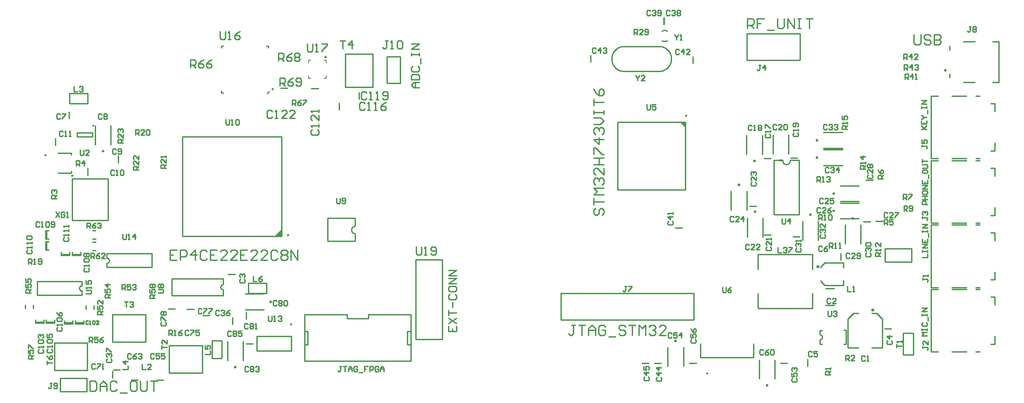
<source format=gto>
G04*
G04 #@! TF.GenerationSoftware,Altium Limited,Altium Designer,19.1.8 (144)*
G04*
G04 Layer_Color=65535*
%FSLAX25Y25*%
%MOIN*%
G70*
G01*
G75*
%ADD10C,0.00984*%
%ADD11C,0.01000*%
%ADD12C,0.00787*%
G36*
X41873Y-137757D02*
X41861Y-137620D01*
X41826Y-137487D01*
X41768Y-137363D01*
X41689Y-137250D01*
X41592Y-137153D01*
X41479Y-137074D01*
X41354Y-137016D01*
X41222Y-136980D01*
X41085Y-136969D01*
X40948Y-136980D01*
X40815Y-137016D01*
X40691Y-137074D01*
X40578Y-137153D01*
X40481Y-137250D01*
X40402Y-137363D01*
X40344Y-137487D01*
X40309Y-137620D01*
X40297Y-137757D01*
X40309Y-137893D01*
X40344Y-138026D01*
X40402Y-138150D01*
X40481Y-138263D01*
X40578Y-138360D01*
X40691Y-138439D01*
X40815Y-138497D01*
X40948Y-138533D01*
X41085Y-138544D01*
X41222Y-138533D01*
X41354Y-138497D01*
X41479Y-138439D01*
X41592Y-138360D01*
X41689Y-138263D01*
X41768Y-138150D01*
X41826Y-138026D01*
X41861Y-137893D01*
X41873Y-137757D01*
D01*
D02*
G37*
G36*
X163779Y-280906D02*
X163609Y-280921D01*
X163443Y-280965D01*
X163288Y-281037D01*
X163147Y-281136D01*
X163026Y-281257D01*
X162928Y-281398D01*
X162855Y-281553D01*
X162811Y-281719D01*
X162796Y-281890D01*
X162811Y-282061D01*
X162855Y-282226D01*
X162928Y-282382D01*
X163026Y-282522D01*
X163147Y-282644D01*
X163288Y-282742D01*
X163443Y-282815D01*
X163609Y-282859D01*
X163779Y-282874D01*
X163950Y-282859D01*
X164116Y-282815D01*
X164271Y-282742D01*
X164412Y-282644D01*
X164533Y-282522D01*
X164631Y-282382D01*
X164704Y-282226D01*
X164748Y-282061D01*
X164763Y-281890D01*
X164748Y-281719D01*
X164704Y-281553D01*
X164631Y-281398D01*
X164533Y-281257D01*
X164412Y-281136D01*
X164271Y-281037D01*
X164116Y-280965D01*
X163950Y-280921D01*
X163779Y-280906D01*
D01*
D02*
G37*
G36*
X189370Y-232677D02*
X189385Y-232848D01*
X189429Y-233014D01*
X189502Y-233169D01*
X189600Y-233310D01*
X189722Y-233431D01*
X189862Y-233529D01*
X190018Y-233602D01*
X190183Y-233646D01*
X190354Y-233661D01*
X190525Y-233646D01*
X190691Y-233602D01*
X190847Y-233529D01*
X190987Y-233431D01*
X191108Y-233310D01*
X191207Y-233169D01*
X191279Y-233014D01*
X191324Y-232848D01*
X191339Y-232677D01*
X191324Y-232506D01*
X191279Y-232341D01*
X191207Y-232185D01*
X191108Y-232045D01*
X190987Y-231924D01*
X190847Y-231825D01*
X190691Y-231753D01*
X190525Y-231708D01*
X190354Y-231693D01*
X190183Y-231708D01*
X190018Y-231753D01*
X189862Y-231825D01*
X189722Y-231924D01*
X189600Y-232045D01*
X189502Y-232185D01*
X189429Y-232341D01*
X189385Y-232506D01*
X189370Y-232677D01*
D01*
D02*
G37*
G36*
X21655Y-122244D02*
X21643Y-122107D01*
X21608Y-121974D01*
X21550Y-121850D01*
X21471Y-121737D01*
X21374Y-121641D01*
X21261Y-121562D01*
X21137Y-121503D01*
X21004Y-121468D01*
X20868Y-121456D01*
X20731Y-121468D01*
X20598Y-121503D01*
X20474Y-121562D01*
X20361Y-121641D01*
X20265Y-121737D01*
X20186Y-121850D01*
X20128Y-121974D01*
X20092Y-122107D01*
X20080Y-122244D01*
X20092Y-122381D01*
X20128Y-122513D01*
X20186Y-122638D01*
X20265Y-122750D01*
X20361Y-122848D01*
X20474Y-122926D01*
X20598Y-122984D01*
X20731Y-123020D01*
X20868Y-123032D01*
X21004Y-123020D01*
X21137Y-122984D01*
X21261Y-122926D01*
X21374Y-122848D01*
X21471Y-122750D01*
X21550Y-122638D01*
X21608Y-122513D01*
X21643Y-122381D01*
X21655Y-122244D01*
D01*
D02*
G37*
G36*
X56878Y-100707D02*
X57012Y-100696D01*
X57142Y-100661D01*
X57263Y-100604D01*
X57373Y-100528D01*
X57468Y-100433D01*
X57545Y-100323D01*
X57602Y-100201D01*
X57637Y-100072D01*
X57648Y-99938D01*
X57637Y-99804D01*
X57602Y-99674D01*
X57545Y-99553D01*
X57468Y-99443D01*
X57373Y-99348D01*
X57263Y-99271D01*
X57142Y-99215D01*
X57012Y-99180D01*
X56878Y-99168D01*
X56744Y-99180D01*
X56615Y-99215D01*
X56493Y-99271D01*
X56384Y-99348D01*
X56289Y-99443D01*
X56211Y-99553D01*
X56155Y-99674D01*
X56120Y-99804D01*
X56108Y-99938D01*
X56120Y-100072D01*
X56155Y-100201D01*
X56211Y-100323D01*
X56289Y-100433D01*
X56384Y-100528D01*
X56493Y-100604D01*
X56615Y-100661D01*
X56744Y-100696D01*
X56878Y-100707D01*
D01*
D02*
G37*
G36*
X64173Y-118181D02*
X64002Y-118196D01*
X63837Y-118240D01*
X63682Y-118313D01*
X63541Y-118411D01*
X63420Y-118532D01*
X63321Y-118673D01*
X63249Y-118828D01*
X63204Y-118994D01*
X63189Y-119165D01*
X63204Y-119336D01*
X63249Y-119502D01*
X63321Y-119657D01*
X63420Y-119798D01*
X63541Y-119919D01*
X63682Y-120017D01*
X63837Y-120090D01*
X64002Y-120134D01*
X64173Y-120149D01*
X64344Y-120134D01*
X64510Y-120090D01*
X64665Y-120017D01*
X64806Y-119919D01*
X64927Y-119798D01*
X65025Y-119657D01*
X65098Y-119502D01*
X65142Y-119336D01*
X65157Y-119165D01*
X65142Y-118994D01*
X65098Y-118828D01*
X65025Y-118673D01*
X64927Y-118532D01*
X64806Y-118411D01*
X64665Y-118313D01*
X64510Y-118240D01*
X64344Y-118196D01*
X64173Y-118181D01*
D01*
D02*
G37*
G36*
X191073Y-72442D02*
X191085Y-72579D01*
X191120Y-72711D01*
X191178Y-72835D01*
X191256Y-72947D01*
X191353Y-73044D01*
X191465Y-73122D01*
X191589Y-73180D01*
X191721Y-73215D01*
X191858Y-73227D01*
X191994Y-73215D01*
X192126Y-73180D01*
X192250Y-73122D01*
X192362Y-73044D01*
X192459Y-72947D01*
X192537Y-72835D01*
X192595Y-72711D01*
X192631Y-72579D01*
X192642Y-72442D01*
X192631Y-72306D01*
X192595Y-72174D01*
X192537Y-72050D01*
X192459Y-71938D01*
X192362Y-71841D01*
X192250Y-71763D01*
X192126Y-71705D01*
X191994Y-71669D01*
X191858Y-71657D01*
X191721Y-71669D01*
X191589Y-71705D01*
X191465Y-71763D01*
X191353Y-71841D01*
X191256Y-71938D01*
X191178Y-72050D01*
X191120Y-72174D01*
X191085Y-72306D01*
X191073Y-72442D01*
D01*
D02*
G37*
G36*
X198806Y-183264D02*
Y-178148D01*
X193699Y-183264D01*
X198806D01*
D02*
G37*
G36*
X202741Y-182481D02*
X202752Y-182617D01*
X202788Y-182750D01*
X202847Y-182874D01*
X202926Y-182987D01*
X203023Y-183084D01*
X203137Y-183163D01*
X203262Y-183221D01*
X203395Y-183256D01*
X203533Y-183268D01*
X203670Y-183256D01*
X203803Y-183221D01*
X203929Y-183163D01*
X204042Y-183084D01*
X204140Y-182987D01*
X204219Y-182874D01*
X204277Y-182750D01*
X204313Y-182617D01*
X204325Y-182481D01*
X204313Y-182344D01*
X204277Y-182211D01*
X204219Y-182087D01*
X204140Y-181974D01*
X204042Y-181877D01*
X203929Y-181798D01*
X203803Y-181740D01*
X203670Y-181705D01*
X203533Y-181693D01*
X203395Y-181705D01*
X203262Y-181740D01*
X203137Y-181798D01*
X203023Y-181877D01*
X202926Y-181974D01*
X202847Y-182087D01*
X202788Y-182211D01*
X202752Y-182344D01*
X202741Y-182481D01*
D01*
D02*
G37*
G36*
X205801Y-250508D02*
X205935Y-250497D01*
X206065Y-250461D01*
X206186Y-250405D01*
X206296Y-250328D01*
X206391Y-250232D01*
X206468Y-250122D01*
X206525Y-250000D01*
X206560Y-249870D01*
X206572Y-249737D01*
X206560Y-249602D01*
X206525Y-249472D01*
X206468Y-249351D01*
X206391Y-249240D01*
X206296Y-249145D01*
X206186Y-249068D01*
X206065Y-249011D01*
X205935Y-248977D01*
X205801Y-248965D01*
X205668Y-248977D01*
X205538Y-249011D01*
X205416Y-249068D01*
X205306Y-249145D01*
X205211Y-249240D01*
X205134Y-249351D01*
X205078Y-249472D01*
X205043Y-249602D01*
X205031Y-249737D01*
X205043Y-249870D01*
X205078Y-250000D01*
X205134Y-250122D01*
X205211Y-250232D01*
X205306Y-250328D01*
X205416Y-250405D01*
X205538Y-250461D01*
X205668Y-250497D01*
X205801Y-250508D01*
D01*
D02*
G37*
G36*
X495276Y-263189D02*
X495446Y-263174D01*
X495612Y-263129D01*
X495767Y-263057D01*
X495908Y-262959D01*
X496029Y-262837D01*
X496128Y-262697D01*
X496200Y-262541D01*
X496244Y-262376D01*
X496259Y-262205D01*
X496244Y-262034D01*
X496200Y-261868D01*
X496128Y-261713D01*
X496029Y-261572D01*
X495908Y-261451D01*
X495767Y-261352D01*
X495612Y-261280D01*
X495446Y-261235D01*
X495276Y-261221D01*
X495105Y-261235D01*
X494939Y-261280D01*
X494784Y-261352D01*
X494643Y-261451D01*
X494522Y-261572D01*
X494424Y-261713D01*
X494351Y-261868D01*
X494307Y-262034D01*
X494292Y-262205D01*
X494307Y-262376D01*
X494351Y-262541D01*
X494424Y-262697D01*
X494522Y-262837D01*
X494643Y-262959D01*
X494784Y-263057D01*
X494939Y-263129D01*
X495105Y-263174D01*
X495276Y-263189D01*
D01*
D02*
G37*
G36*
X519149Y-285916D02*
X519015Y-285928D01*
X518885Y-285963D01*
X518764Y-286020D01*
X518653Y-286097D01*
X518559Y-286192D01*
X518482Y-286302D01*
X518425Y-286424D01*
X518391Y-286554D01*
X518379Y-286687D01*
X518391Y-286821D01*
X518425Y-286951D01*
X518482Y-287073D01*
X518559Y-287183D01*
X518653Y-287278D01*
X518764Y-287355D01*
X518885Y-287412D01*
X519015Y-287446D01*
X519149Y-287458D01*
X519282Y-287446D01*
X519412Y-287412D01*
X519533Y-287355D01*
X519644Y-287278D01*
X519739Y-287183D01*
X519815Y-287073D01*
X519872Y-286951D01*
X519907Y-286821D01*
X519918Y-286687D01*
X519907Y-286554D01*
X519872Y-286424D01*
X519815Y-286302D01*
X519739Y-286192D01*
X519644Y-286097D01*
X519533Y-286020D01*
X519412Y-285963D01*
X519282Y-285928D01*
X519149Y-285916D01*
D01*
D02*
G37*
G36*
X502759Y-97241D02*
X498817D01*
X502759Y-101183D01*
Y-97241D01*
D02*
G37*
G36*
X503304Y-93299D02*
X503447Y-93286D01*
X503585Y-93249D01*
X503715Y-93189D01*
X503831Y-93107D01*
X503933Y-93006D01*
X504015Y-92889D01*
X504075Y-92760D01*
X504112Y-92621D01*
X504124Y-92479D01*
X504112Y-92337D01*
X504075Y-92198D01*
X504015Y-92069D01*
X503933Y-91952D01*
X503831Y-91851D01*
X503715Y-91769D01*
X503585Y-91709D01*
X503447Y-91672D01*
X503304Y-91659D01*
X503162Y-91672D01*
X503024Y-91709D01*
X502894Y-91769D01*
X502778Y-91851D01*
X502676Y-91952D01*
X502595Y-92069D01*
X502534Y-92198D01*
X502497Y-92337D01*
X502485Y-92479D01*
X502497Y-92621D01*
X502534Y-92760D01*
X502595Y-92889D01*
X502676Y-93006D01*
X502778Y-93107D01*
X502894Y-93189D01*
X503024Y-93249D01*
X503162Y-93286D01*
X503304Y-93299D01*
D01*
D02*
G37*
G36*
X564173Y-294685D02*
X564002Y-294700D01*
X563837Y-294744D01*
X563682Y-294817D01*
X563541Y-294915D01*
X563420Y-295037D01*
X563321Y-295177D01*
X563249Y-295333D01*
X563204Y-295498D01*
X563189Y-295669D01*
X563204Y-295840D01*
X563249Y-296006D01*
X563321Y-296161D01*
X563420Y-296302D01*
X563541Y-296423D01*
X563682Y-296522D01*
X563837Y-296594D01*
X564002Y-296639D01*
X564173Y-296654D01*
X564344Y-296639D01*
X564510Y-296594D01*
X564665Y-296522D01*
X564806Y-296423D01*
X564927Y-296302D01*
X565025Y-296161D01*
X565098Y-296006D01*
X565142Y-295840D01*
X565157Y-295669D01*
X565142Y-295498D01*
X565098Y-295333D01*
X565025Y-295177D01*
X564927Y-295037D01*
X564806Y-294915D01*
X564665Y-294817D01*
X564510Y-294744D01*
X564344Y-294700D01*
X564173Y-294685D01*
D01*
D02*
G37*
G36*
X643765Y-240163D02*
X643970Y-240145D01*
X644169Y-240092D01*
X644356Y-240005D01*
X644524Y-239887D01*
X644670Y-239742D01*
X644788Y-239573D01*
X644875Y-239387D01*
X644928Y-239188D01*
X644946Y-238983D01*
X644928Y-238778D01*
X644875Y-238580D01*
X644788Y-238393D01*
X644670Y-238224D01*
X644524Y-238079D01*
X644356Y-237961D01*
X644169Y-237874D01*
X643970Y-237821D01*
X643765Y-237803D01*
X643560Y-237821D01*
X643361Y-237874D01*
X643175Y-237961D01*
X643006Y-238079D01*
X642861Y-238224D01*
X642742Y-238393D01*
X642656Y-238580D01*
X642602Y-238778D01*
X642584Y-238983D01*
X642602Y-239188D01*
X642656Y-239387D01*
X642742Y-239573D01*
X642861Y-239742D01*
X643006Y-239887D01*
X643175Y-240005D01*
X643361Y-240092D01*
X643560Y-240145D01*
X643765Y-240163D01*
D01*
D02*
G37*
G36*
X603745Y-206298D02*
X603727Y-206093D01*
X603673Y-205894D01*
X603586Y-205708D01*
X603468Y-205539D01*
X603322Y-205393D01*
X603153Y-205276D01*
X602966Y-205189D01*
X602767Y-205135D01*
X602561Y-205117D01*
X602355Y-205135D01*
X602156Y-205189D01*
X601969Y-205276D01*
X601800Y-205393D01*
X601654Y-205539D01*
X601536Y-205708D01*
X601448Y-205894D01*
X601395Y-206093D01*
X601377Y-206298D01*
X601395Y-206503D01*
X601448Y-206702D01*
X601536Y-206889D01*
X601654Y-207057D01*
X601800Y-207203D01*
X601969Y-207320D01*
X602156Y-207407D01*
X602355Y-207461D01*
X602561Y-207479D01*
X602767Y-207461D01*
X602966Y-207407D01*
X603153Y-207320D01*
X603322Y-207203D01*
X603468Y-207057D01*
X603586Y-206889D01*
X603673Y-206702D01*
X603727Y-206503D01*
X603745Y-206298D01*
D01*
D02*
G37*
G36*
X628740Y-170866D02*
X628911Y-170851D01*
X629077Y-170807D01*
X629232Y-170734D01*
X629372Y-170636D01*
X629494Y-170515D01*
X629592Y-170374D01*
X629665Y-170219D01*
X629709Y-170053D01*
X629724Y-169882D01*
X629709Y-169711D01*
X629665Y-169545D01*
X629592Y-169390D01*
X629494Y-169249D01*
X629372Y-169128D01*
X629232Y-169029D01*
X629077Y-168957D01*
X628911Y-168913D01*
X628740Y-168898D01*
X628569Y-168913D01*
X628404Y-168957D01*
X628248Y-169029D01*
X628108Y-169128D01*
X627987Y-169249D01*
X627888Y-169390D01*
X627816Y-169545D01*
X627771Y-169711D01*
X627756Y-169882D01*
X627771Y-170053D01*
X627816Y-170219D01*
X627888Y-170374D01*
X627987Y-170515D01*
X628108Y-170636D01*
X628248Y-170734D01*
X628404Y-170807D01*
X628569Y-170851D01*
X628740Y-170866D01*
D01*
D02*
G37*
G36*
X555118Y-165748D02*
X555289Y-165733D01*
X555455Y-165689D01*
X555610Y-165616D01*
X555750Y-165518D01*
X555872Y-165396D01*
X555970Y-165256D01*
X556042Y-165100D01*
X556087Y-164935D01*
X556102Y-164764D01*
X556087Y-164593D01*
X556042Y-164427D01*
X555970Y-164272D01*
X555872Y-164131D01*
X555750Y-164010D01*
X555610Y-163911D01*
X555455Y-163839D01*
X555289Y-163795D01*
X555118Y-163779D01*
X554947Y-163795D01*
X554781Y-163839D01*
X554626Y-163911D01*
X554486Y-164010D01*
X554365Y-164131D01*
X554266Y-164272D01*
X554194Y-164427D01*
X554149Y-164593D01*
X554134Y-164764D01*
X554149Y-164935D01*
X554194Y-165100D01*
X554266Y-165256D01*
X554365Y-165396D01*
X554486Y-165518D01*
X554626Y-165616D01*
X554781Y-165689D01*
X554947Y-165733D01*
X555118Y-165748D01*
D01*
D02*
G37*
G36*
X596850Y-168110D02*
X597021Y-168095D01*
X597187Y-168051D01*
X597342Y-167978D01*
X597483Y-167880D01*
X597604Y-167759D01*
X597702Y-167618D01*
X597775Y-167463D01*
X597819Y-167297D01*
X597834Y-167126D01*
X597819Y-166955D01*
X597775Y-166789D01*
X597702Y-166634D01*
X597604Y-166493D01*
X597483Y-166372D01*
X597342Y-166274D01*
X597187Y-166201D01*
X597021Y-166157D01*
X596850Y-166142D01*
X596679Y-166157D01*
X596514Y-166201D01*
X596359Y-166274D01*
X596218Y-166372D01*
X596097Y-166493D01*
X595998Y-166634D01*
X595926Y-166789D01*
X595882Y-166955D01*
X595866Y-167126D01*
X595882Y-167297D01*
X595926Y-167463D01*
X595998Y-167618D01*
X596097Y-167759D01*
X596218Y-167880D01*
X596359Y-167978D01*
X596514Y-168051D01*
X596679Y-168095D01*
X596850Y-168110D01*
D01*
D02*
G37*
G36*
X615354Y-164173D02*
X615339Y-164002D01*
X615295Y-163837D01*
X615222Y-163681D01*
X615124Y-163541D01*
X615003Y-163420D01*
X614862Y-163321D01*
X614707Y-163249D01*
X614541Y-163204D01*
X614370Y-163189D01*
X614199Y-163204D01*
X614034Y-163249D01*
X613878Y-163321D01*
X613737Y-163420D01*
X613616Y-163541D01*
X613518Y-163681D01*
X613445Y-163837D01*
X613401Y-164002D01*
X613386Y-164173D01*
X613401Y-164344D01*
X613445Y-164510D01*
X613518Y-164665D01*
X613616Y-164805D01*
X613737Y-164927D01*
X613878Y-165025D01*
X614034Y-165098D01*
X614199Y-165142D01*
X614370Y-165157D01*
X614541Y-165142D01*
X614707Y-165098D01*
X614862Y-165025D01*
X615003Y-164927D01*
X615124Y-164805D01*
X615222Y-164665D01*
X615295Y-164510D01*
X615339Y-164344D01*
X615354Y-164173D01*
D01*
D02*
G37*
G36*
X698596Y-57300D02*
X698761Y-57345D01*
X698917Y-57417D01*
X699057Y-57515D01*
X699178Y-57637D01*
X699277Y-57777D01*
X699349Y-57932D01*
X699394Y-58098D01*
X699409Y-58268D01*
X699394Y-58439D01*
X699349Y-58604D01*
X699277Y-58759D01*
X699178Y-58900D01*
X699057Y-59021D01*
X698917Y-59119D01*
X698761Y-59192D01*
X698596Y-59236D01*
X698425Y-59251D01*
X698254Y-59236D01*
X698088Y-59192D01*
X697933Y-59119D01*
X697792Y-59021D01*
X697671Y-58900D01*
X697573Y-58759D01*
X697500Y-58604D01*
X697456Y-58439D01*
X697441Y-58268D01*
X697456Y-58098D01*
X697500Y-57932D01*
X697573Y-57777D01*
X697671Y-57637D01*
X697792Y-57515D01*
X697933Y-57417D01*
X698088Y-57345D01*
X698254Y-57300D01*
X698425Y-57285D01*
X698596Y-57300D01*
D02*
G37*
G36*
X601942Y-110055D02*
X602108Y-110099D01*
X602264Y-110172D01*
X602404Y-110270D01*
X602526Y-110391D01*
X602624Y-110532D01*
X602697Y-110687D01*
X602741Y-110853D01*
X602756Y-111024D01*
X602741Y-111195D01*
X602697Y-111360D01*
X602624Y-111515D01*
X602526Y-111656D01*
X602404Y-111777D01*
X602264Y-111876D01*
X602108Y-111948D01*
X601942Y-111993D01*
X601772Y-112007D01*
X601601Y-111993D01*
X601435Y-111948D01*
X601279Y-111876D01*
X601139Y-111777D01*
X601018Y-111656D01*
X600919Y-111515D01*
X600847Y-111360D01*
X600802Y-111195D01*
X600787Y-111024D01*
X600802Y-110853D01*
X600847Y-110687D01*
X600919Y-110532D01*
X601018Y-110391D01*
X601139Y-110270D01*
X601279Y-110172D01*
X601435Y-110099D01*
X601601Y-110055D01*
X601772Y-110040D01*
X601942Y-110055D01*
D02*
G37*
G36*
Y-123047D02*
X602108Y-123091D01*
X602264Y-123164D01*
X602404Y-123262D01*
X602526Y-123383D01*
X602624Y-123524D01*
X602697Y-123679D01*
X602741Y-123845D01*
X602756Y-124016D01*
X602741Y-124187D01*
X602697Y-124352D01*
X602624Y-124507D01*
X602526Y-124648D01*
X602404Y-124769D01*
X602264Y-124868D01*
X602108Y-124940D01*
X601942Y-124985D01*
X601772Y-125000D01*
X601601Y-124985D01*
X601435Y-124940D01*
X601279Y-124868D01*
X601139Y-124769D01*
X601018Y-124648D01*
X600919Y-124507D01*
X600847Y-124352D01*
X600802Y-124187D01*
X600787Y-124016D01*
X600802Y-123845D01*
X600847Y-123679D01*
X600919Y-123524D01*
X601018Y-123383D01*
X601139Y-123262D01*
X601279Y-123164D01*
X601435Y-123091D01*
X601601Y-123047D01*
X601772Y-123032D01*
X601942Y-123047D01*
D02*
G37*
G36*
X574580Y-125212D02*
X574746Y-125256D01*
X574901Y-125329D01*
X575042Y-125427D01*
X575163Y-125548D01*
X575261Y-125689D01*
X575334Y-125845D01*
X575378Y-126010D01*
X575393Y-126181D01*
X575378Y-126352D01*
X575334Y-126518D01*
X575261Y-126673D01*
X575163Y-126814D01*
X575042Y-126935D01*
X574901Y-127033D01*
X574746Y-127106D01*
X574580Y-127150D01*
X574409Y-127165D01*
X574239Y-127150D01*
X574073Y-127106D01*
X573918Y-127033D01*
X573777Y-126935D01*
X573656Y-126814D01*
X573558Y-126673D01*
X573485Y-126518D01*
X573441Y-126352D01*
X573426Y-126181D01*
X573441Y-126010D01*
X573485Y-125845D01*
X573558Y-125689D01*
X573656Y-125548D01*
X573777Y-125427D01*
X573918Y-125329D01*
X574073Y-125256D01*
X574239Y-125212D01*
X574409Y-125197D01*
X574580Y-125212D01*
D02*
G37*
G36*
X554895Y-125605D02*
X555061Y-125650D01*
X555216Y-125723D01*
X555357Y-125821D01*
X555478Y-125942D01*
X555576Y-126083D01*
X555649Y-126238D01*
X555693Y-126404D01*
X555708Y-126575D01*
X555693Y-126746D01*
X555649Y-126911D01*
X555576Y-127067D01*
X555478Y-127208D01*
X555357Y-127329D01*
X555216Y-127427D01*
X555061Y-127500D01*
X554895Y-127544D01*
X554724Y-127559D01*
X554554Y-127544D01*
X554388Y-127500D01*
X554233Y-127427D01*
X554092Y-127329D01*
X553971Y-127208D01*
X553872Y-127067D01*
X553800Y-126911D01*
X553756Y-126746D01*
X553741Y-126575D01*
X553756Y-126404D01*
X553800Y-126238D01*
X553872Y-126083D01*
X553971Y-125942D01*
X554092Y-125821D01*
X554233Y-125723D01*
X554388Y-125650D01*
X554554Y-125605D01*
X554724Y-125591D01*
X554895Y-125605D01*
D02*
G37*
G36*
X543171Y-143598D02*
X543337Y-143642D01*
X543492Y-143715D01*
X543632Y-143813D01*
X543753Y-143934D01*
X543852Y-144075D01*
X543924Y-144230D01*
X543969Y-144396D01*
X543984Y-144567D01*
X543969Y-144738D01*
X543924Y-144904D01*
X543852Y-145059D01*
X543753Y-145200D01*
X543632Y-145321D01*
X543492Y-145419D01*
X543337Y-145492D01*
X543171Y-145536D01*
X543000Y-145551D01*
X542829Y-145536D01*
X542663Y-145492D01*
X542508Y-145419D01*
X542368Y-145321D01*
X542246Y-145200D01*
X542148Y-145059D01*
X542076Y-144904D01*
X542031Y-144738D01*
X542016Y-144567D01*
X542031Y-144396D01*
X542076Y-144230D01*
X542148Y-144075D01*
X542246Y-143934D01*
X542368Y-143813D01*
X542508Y-143715D01*
X542663Y-143642D01*
X542829Y-143598D01*
X543000Y-143583D01*
X543171Y-143598D01*
D02*
G37*
G36*
X614541Y-150212D02*
X614707Y-150257D01*
X614862Y-150329D01*
X615003Y-150428D01*
X615124Y-150549D01*
X615222Y-150689D01*
X615295Y-150845D01*
X615339Y-151010D01*
X615354Y-151181D01*
X615339Y-151352D01*
X615295Y-151518D01*
X615222Y-151673D01*
X615124Y-151813D01*
X615003Y-151935D01*
X614862Y-152033D01*
X614707Y-152105D01*
X614541Y-152150D01*
X614370Y-152165D01*
X614199Y-152150D01*
X614034Y-152105D01*
X613878Y-152033D01*
X613737Y-151935D01*
X613616Y-151813D01*
X613518Y-151673D01*
X613445Y-151518D01*
X613401Y-151352D01*
X613386Y-151181D01*
X613401Y-151010D01*
X613445Y-150845D01*
X613518Y-150689D01*
X613616Y-150549D01*
X613737Y-150428D01*
X613878Y-150329D01*
X614034Y-150257D01*
X614199Y-150212D01*
X614370Y-150197D01*
X614541Y-150212D01*
D02*
G37*
D10*
X232185Y-48228D02*
X231447Y-47802D01*
Y-48654D01*
X232185Y-48228D01*
D11*
X66969Y-203544D02*
X67954Y-203280D01*
X68675Y-202559D01*
X68939Y-201575D01*
X68675Y-200590D01*
X67954Y-199869D01*
X66969Y-199606D01*
X154629Y-219685D02*
X153645Y-219949D01*
X152924Y-220670D01*
X152660Y-221654D01*
X152924Y-222638D01*
X153645Y-223359D01*
X154629Y-223623D01*
X48424Y-220511D02*
X47440Y-220775D01*
X46719Y-221496D01*
X46455Y-222480D01*
X46719Y-223465D01*
X47440Y-224186D01*
X48424Y-224450D01*
X575986Y-126067D02*
X576016Y-127013D01*
X576361Y-127895D01*
X576983Y-128609D01*
X577808Y-129074D01*
X578741Y-129235D01*
X579674Y-129074D01*
X580499Y-128609D01*
X581120Y-127895D01*
X581465Y-127013D01*
X581495Y-126067D01*
X603829Y-261328D02*
X604820Y-261063D01*
X605545Y-260337D01*
X605811Y-259347D01*
X605545Y-258356D01*
X604820Y-257631D01*
X603829Y-257366D01*
X455676Y-40318D02*
X454699Y-40456D01*
X453741Y-40697D01*
X452814Y-41037D01*
X451928Y-41474D01*
X451094Y-42002D01*
X450320Y-42616D01*
X449615Y-43307D01*
X448987Y-44070D01*
X448444Y-44894D01*
X447990Y-45772D01*
X447633Y-46692D01*
X447374Y-47645D01*
X447218Y-48620D01*
X447165Y-49606D01*
X447218Y-50592D01*
X447374Y-51568D01*
X447633Y-52521D01*
X447990Y-53441D01*
X448444Y-54318D01*
X448987Y-55143D01*
X449615Y-55905D01*
X450320Y-56597D01*
X451094Y-57210D01*
X451928Y-57738D01*
X452814Y-58175D01*
X453741Y-58516D01*
X454699Y-58756D01*
X455676Y-58894D01*
X483591D02*
X484569Y-58756D01*
X485527Y-58516D01*
X486454Y-58175D01*
X487339Y-57738D01*
X488174Y-57210D01*
X488948Y-56597D01*
X489653Y-55905D01*
X490280Y-55143D01*
X490824Y-54318D01*
X491277Y-53441D01*
X491635Y-52521D01*
X491894Y-51568D01*
X492050Y-50592D01*
X492102Y-49606D01*
X492050Y-48620D01*
X491894Y-47645D01*
X491635Y-46692D01*
X491277Y-45772D01*
X490824Y-44894D01*
X490280Y-44070D01*
X489653Y-43307D01*
X488948Y-42616D01*
X488174Y-42002D01*
X487339Y-41474D01*
X486454Y-41037D01*
X485527Y-40697D01*
X484569Y-40456D01*
X483591Y-40318D01*
X253882Y-175737D02*
X252939Y-175903D01*
X252109Y-176382D01*
X251494Y-177116D01*
X251166Y-178015D01*
Y-178973D01*
X251494Y-179873D01*
X252109Y-180606D01*
X252939Y-181085D01*
X253882Y-181251D01*
X488880Y-28716D02*
X487934Y-28317D01*
X486918Y-28163D01*
X485895Y-28264D01*
X484929Y-28613D01*
Y-35954D02*
X485895Y-36303D01*
X486918Y-36404D01*
X487934Y-36250D01*
X488880Y-35851D01*
X299567Y-260906D02*
X319567D01*
Y-200905D01*
X299567D02*
X319567D01*
X299567Y-260906D02*
Y-200905D01*
X197837Y-71652D02*
X202951D01*
X221065Y-72046D02*
X226179D01*
X257088Y-80116D02*
Y-75002D01*
X241945Y-88096D02*
Y-82982D01*
X277933Y-47873D02*
X287933D01*
X277933Y-67875D02*
Y-47873D01*
Y-67875D02*
X287933D01*
Y-47873D01*
X188761Y-41340D02*
Y-39962D01*
X187383D02*
X188761D01*
X153346Y-75392D02*
X154724D01*
X153346D02*
Y-74014D01*
Y-39962D02*
X154724D01*
X153346Y-41340D02*
Y-39962D01*
X187587Y-75787D02*
X189156Y-74214D01*
X246812Y-70906D02*
Y-45944D01*
Y-70906D02*
X267361D01*
Y-45944D01*
X246812D02*
X267361D01*
X124029Y-183264D02*
X198806D01*
X124029D02*
Y-108468D01*
X198806D01*
Y-183264D02*
Y-108468D01*
X554093Y-274806D02*
Y-264175D01*
X513938Y-274806D02*
Y-264175D01*
Y-274806D02*
X554093D01*
X508937Y-246339D02*
Y-226339D01*
X408937D02*
X508937D01*
X408937Y-246339D02*
Y-226339D01*
Y-246339D02*
X508937D01*
X653059Y-202808D02*
Y-192808D01*
Y-202808D02*
X673061D01*
Y-192808D01*
X653059D02*
X673061D01*
X41063Y-139883D02*
X62217Y-139921D01*
X67834Y-140000D02*
X67914Y-171457D01*
X41143Y-171378D02*
X67953Y-171419D01*
X62217Y-139921D02*
X67834D01*
X41102Y-171260D02*
Y-139962D01*
X66968Y-199606D02*
Y-196456D01*
Y-206694D02*
Y-203544D01*
X100827Y-206694D02*
Y-196456D01*
X66968D02*
X100827D01*
X66968Y-206694D02*
X100827D01*
X56302Y-187798D02*
X58658D01*
X56302Y-194091D02*
X58658D01*
X173805Y-218701D02*
X187218D01*
X173805Y-226181D02*
X187218D01*
X173805D02*
Y-218701D01*
X187218Y-226181D02*
Y-218701D01*
X52557Y-137203D02*
Y-132089D01*
X205905Y-269685D02*
Y-258661D01*
X179922Y-269685D02*
Y-258661D01*
Y-269685D02*
X205905D01*
X179922Y-258661D02*
X205905D01*
X215901Y-242400D02*
X247901D01*
X263901D02*
X295901D01*
X247901Y-245400D02*
Y-242400D01*
Y-245400D02*
X263901D01*
Y-242400D01*
X215901Y-277400D02*
X295901D01*
X215901D02*
Y-242400D01*
X295901Y-277400D02*
Y-242400D01*
X215901Y-264902D02*
X218397D01*
Y-254899D01*
X215901D02*
X218397D01*
X293405Y-264902D02*
X295901D01*
X293405D02*
Y-254899D01*
X295901D01*
X172045Y-245667D02*
Y-240553D01*
X56302Y-179137D02*
X58658D01*
X56302Y-185430D02*
X58658D01*
X171260Y-226772D02*
X185433D01*
X171260Y-238583D02*
X185433D01*
X735632Y-89370D02*
Y-83465D01*
Y-118898D02*
Y-112992D01*
X687599Y-124803D02*
X693112D01*
X703346D02*
X714372D01*
X732677Y-118898D02*
X735632D01*
X687599Y-77559D02*
X693112D01*
X703346D02*
X714372D01*
X732677Y-83465D02*
X735632D01*
X721458Y-124803D02*
X724215D01*
X721458Y-77559D02*
X724215D01*
X687599Y-124803D02*
Y-77559D01*
X735632Y-235039D02*
Y-229134D01*
Y-264567D02*
Y-258661D01*
X687599Y-270472D02*
X693112D01*
X703346D02*
X714372D01*
X732677Y-264567D02*
X735632D01*
X687599Y-223228D02*
X693112D01*
X703346D02*
X714372D01*
X732677Y-229134D02*
X735632D01*
X721458Y-270472D02*
X724215D01*
X721458Y-223228D02*
X724215D01*
X687599Y-270472D02*
Y-223228D01*
X557285Y-208467D02*
Y-196850D01*
X598227Y-208467D02*
Y-196850D01*
X557285D02*
X598227D01*
X557285Y-237795D02*
X598227D01*
X557285D02*
Y-226179D01*
X598227Y-237795D02*
Y-226179D01*
X608464Y-222836D02*
X614765D01*
X608464Y-235432D02*
X614765D01*
X562010Y-124609D02*
X567124D01*
X451572Y-97241D02*
X502759D01*
X451572Y-148428D02*
Y-97241D01*
Y-148428D02*
X502759D01*
Y-97241D01*
X71220Y-242481D02*
X96182D01*
X71220Y-263031D02*
Y-242481D01*
Y-263031D02*
X96182D01*
Y-242481D01*
X154624Y-227952D02*
Y-223623D01*
Y-219685D02*
Y-215355D01*
X116045Y-227952D02*
Y-215355D01*
Y-227952D02*
X154624D01*
X116045Y-215355D02*
X154624D01*
X48426Y-227599D02*
Y-224450D01*
Y-220511D02*
Y-217361D01*
X14567Y-227599D02*
Y-217361D01*
Y-227599D02*
X48426D01*
X14567Y-217361D02*
X48426D01*
X56352Y-108493D02*
Y-105344D01*
X44541Y-108493D02*
Y-105344D01*
Y-108493D02*
X56352D01*
X44541Y-105344D02*
X56352D01*
X733860Y-36614D02*
X738779D01*
X712124D02*
X720549D01*
X701773Y-42914D02*
Y-40159D01*
Y-63778D02*
Y-61023D01*
X712124Y-67323D02*
X720549D01*
X733860D02*
X738779D01*
Y-36614D01*
X735632Y-137992D02*
Y-132087D01*
Y-167520D02*
Y-161614D01*
X687599Y-173425D02*
X693112D01*
X703346D02*
X714372D01*
X732677Y-167520D02*
X735632D01*
X687599Y-126181D02*
X693112D01*
X703346D02*
X714372D01*
X732677Y-132087D02*
X735632D01*
X721458Y-173425D02*
X724215D01*
X721458Y-126181D02*
X724215D01*
X687599Y-173425D02*
Y-126181D01*
X735632Y-186614D02*
Y-180709D01*
Y-216142D02*
Y-210236D01*
X687599Y-222047D02*
X693112D01*
X703346D02*
X714372D01*
X732677Y-216142D02*
X735632D01*
X687599Y-174803D02*
X693112D01*
X703346D02*
X714372D01*
X732677Y-180709D02*
X735632D01*
X721458Y-222047D02*
X724215D01*
X721458Y-174803D02*
X724215D01*
X687599Y-222047D02*
Y-174803D01*
X589016Y-50512D02*
Y-30512D01*
X549016D02*
X589016D01*
X549016Y-50512D02*
Y-30512D01*
Y-50512D02*
X589016D01*
X581497Y-126083D02*
X588191D01*
X569290D02*
X575984D01*
X569290Y-167028D02*
X588191D01*
Y-126083D01*
X569290Y-167028D02*
Y-126083D01*
X590945Y-186220D02*
Y-172047D01*
X602756Y-186220D02*
Y-172047D01*
X646065Y-172050D02*
X651179D01*
X619291Y-170079D02*
X633464D01*
X619291Y-158268D02*
X633464D01*
X562010Y-182483D02*
X567124D01*
X604724Y-216732D02*
X604726Y-217323D01*
X607682Y-220276D01*
X621652D01*
X621654Y-216732D01*
X604724Y-206890D02*
X604726Y-206299D01*
X607682Y-203346D01*
X621652D01*
X621654Y-206890D01*
X621952Y-254161D02*
X623527D01*
X621952Y-264533D02*
X623527D01*
X603842Y-257366D02*
Y-254219D01*
Y-264474D02*
Y-261328D01*
X623527Y-264474D02*
Y-254219D01*
X603842D02*
X605811D01*
X603842Y-264533D02*
X605811D01*
X570079Y-290748D02*
Y-276575D01*
X558268Y-290748D02*
Y-276575D01*
X594561Y-281280D02*
Y-276166D01*
X652561Y-252955D02*
X657675D01*
X455667Y-58894D02*
X483600D01*
X455667Y-40319D02*
X483600D01*
X431297Y-52163D02*
Y-47049D01*
X508270Y-53148D02*
Y-48033D01*
X486223Y-23620D02*
Y-18506D01*
X486809Y-23817D02*
Y-18703D01*
X469891Y-278927D02*
X475005D01*
X253880Y-187154D02*
Y-181251D01*
Y-175737D02*
Y-169834D01*
X233407Y-187154D02*
Y-169834D01*
Y-187154D02*
X253880D01*
X233407Y-169834D02*
X253880D01*
X114133Y-265709D02*
X139095D01*
X114133Y-286259D02*
Y-265709D01*
Y-286259D02*
X139095D01*
Y-265709D01*
X153740Y-275408D02*
Y-261994D01*
X146260Y-275408D02*
Y-261994D01*
X153740D01*
X146260Y-275408D02*
X153740D01*
X171852Y-264368D02*
X176967D01*
X113191Y-237990D02*
X118305D01*
X139175Y-243108D02*
X144289D01*
X85238Y-291538D02*
X90352D01*
X39106Y-75691D02*
X52520D01*
X39106Y-83171D02*
X52520D01*
X39106D02*
Y-75691D01*
X52520Y-83171D02*
Y-75691D01*
X40159Y-135630D02*
Y-134450D01*
Y-121850D02*
Y-120669D01*
X30316Y-135630D02*
X40159D01*
X30316Y-120669D02*
X40159D01*
X20869Y-187405D02*
X23225D01*
X20869Y-193698D02*
X23225D01*
X20869D02*
Y-187405D01*
X21614Y-193698D02*
Y-187405D01*
X40948Y-197635D02*
Y-195279D01*
X47241Y-197635D02*
Y-195279D01*
X40948Y-197635D02*
X47241D01*
X40948Y-196890D02*
X47241D01*
X27519Y-263741D02*
X52481D01*
X27519Y-284291D02*
Y-263741D01*
Y-284291D02*
X52481D01*
Y-263741D01*
X21263Y-248816D02*
Y-246460D01*
X27556Y-248816D02*
Y-246460D01*
X21263Y-248816D02*
X27556D01*
X21263Y-248071D02*
X27556D01*
X43310Y-249209D02*
Y-246853D01*
X49603Y-249209D02*
Y-246853D01*
X43310Y-249209D02*
X49603D01*
X43310Y-248465D02*
X49603D01*
X606693Y-129921D02*
X620866D01*
X606693Y-118110D02*
X620866D01*
X606693Y-116929D02*
X620866D01*
X606693Y-105118D02*
X620866D01*
X619291Y-157087D02*
X633464D01*
X619291Y-145276D02*
X633464D01*
X495081Y-176971D02*
X500195D01*
X38812Y-94793D02*
Y-89679D01*
X20869Y-179137D02*
X23225D01*
X20869Y-185430D02*
X23225D01*
X20869D02*
Y-179137D01*
X21614Y-185430D02*
Y-179137D01*
X51184Y-238186D02*
Y-235830D01*
X57477Y-238186D02*
Y-235830D01*
X32125Y-300394D02*
Y-290393D01*
Y-300394D02*
X52127D01*
Y-290393D01*
X32125D02*
X52127D01*
X580315Y-121260D02*
Y-107087D01*
X568504Y-121260D02*
Y-107087D01*
X581892Y-124412D02*
X587006D01*
X560630Y-121654D02*
Y-107481D01*
X548819Y-121654D02*
Y-107481D01*
X70079Y-114244D02*
Y-100071D01*
X58268Y-114244D02*
Y-100071D01*
X636813Y-172242D02*
X641927D01*
X622835Y-188976D02*
Y-174803D01*
X634646Y-188976D02*
Y-174803D01*
X638781Y-141139D02*
X643896D01*
X629397Y-241348D02*
X633137D01*
X625066Y-245678D02*
X629397Y-241348D01*
X625066Y-267329D02*
Y-245678D01*
Y-267329D02*
X633137Y-267332D01*
X642979Y-241348D02*
X646719D01*
X651050Y-245678D01*
Y-267329D02*
Y-245678D01*
X642979Y-267332D02*
X651050Y-267329D01*
X619491Y-201376D02*
Y-196262D01*
X583663Y-183664D02*
X588778D01*
X574215Y-278935D02*
X579329D01*
X537094Y-163661D02*
Y-149488D01*
X548906Y-163661D02*
Y-149488D01*
X550986Y-160829D02*
X556100D01*
X549213Y-183858D02*
Y-169685D01*
X561024Y-183858D02*
Y-169685D01*
X489370Y-281299D02*
Y-267126D01*
X501181Y-281299D02*
Y-267126D01*
X479333Y-278939D02*
X484447D01*
X158466Y-212005D02*
X163581D01*
X169685Y-276969D02*
Y-262796D01*
X157874Y-276969D02*
Y-262796D01*
X161617Y-249801D02*
Y-244687D01*
X127443Y-238412D02*
X132557D01*
X104530Y-291538D02*
X109644D01*
X71336Y-289959D02*
Y-284844D01*
X71852Y-284057D02*
X76967D01*
X32680Y-197635D02*
Y-195279D01*
X38973Y-197635D02*
Y-195279D01*
X32680Y-197635D02*
X38973D01*
X32680Y-196890D02*
X38973D01*
X35043Y-249209D02*
Y-246853D01*
X41335Y-249209D02*
Y-246853D01*
X35043Y-249209D02*
X41335D01*
X35043Y-248465D02*
X41335D01*
X13389Y-248816D02*
Y-246460D01*
X19682Y-248816D02*
Y-246460D01*
X13389Y-248816D02*
X19682D01*
X13389Y-248071D02*
X19682D01*
X666752Y-256496D02*
X674272D01*
X666752Y-272559D02*
Y-256496D01*
Y-272559D02*
X674272D01*
Y-256496D01*
X505711Y-278939D02*
X510825D01*
X75674Y-127915D02*
Y-122800D01*
X28178Y-114781D02*
Y-109667D01*
X5515Y-237792D02*
Y-235436D01*
X11808Y-237792D02*
Y-235436D01*
X300028Y-191422D02*
Y-196420D01*
X301028Y-197420D01*
X303027D01*
X304027Y-196420D01*
Y-191422D01*
X306026Y-197420D02*
X308026D01*
X307026D01*
Y-191422D01*
X306026Y-192421D01*
X311025Y-196420D02*
X312024Y-197420D01*
X314024D01*
X315023Y-196420D01*
Y-192421D01*
X314024Y-191422D01*
X312024D01*
X311025Y-192421D01*
Y-193421D01*
X312024Y-194421D01*
X315023D01*
X324317Y-251119D02*
Y-255118D01*
X330315D01*
Y-251119D01*
X327316Y-255118D02*
Y-253119D01*
X324317Y-249120D02*
X330315Y-245121D01*
X324317D02*
X330315Y-249120D01*
X324317Y-243122D02*
Y-239123D01*
Y-241123D01*
X330315D01*
X327316Y-237124D02*
Y-233125D01*
X325317Y-227127D02*
X324317Y-228127D01*
Y-230126D01*
X325317Y-231126D01*
X329315D01*
X330315Y-230126D01*
Y-228127D01*
X329315Y-227127D01*
X324317Y-222129D02*
Y-224128D01*
X325317Y-225128D01*
X329315D01*
X330315Y-224128D01*
Y-222129D01*
X329315Y-221129D01*
X325317D01*
X324317Y-222129D01*
X330315Y-219130D02*
X324317D01*
X330315Y-215131D01*
X324317D01*
X330315Y-213132D02*
X324317D01*
X330315Y-209133D01*
X324317D01*
X152472Y-29096D02*
Y-34094D01*
X153472Y-35094D01*
X155471D01*
X156471Y-34094D01*
Y-29096D01*
X158470Y-35094D02*
X160469D01*
X159470D01*
Y-29096D01*
X158470Y-30095D01*
X167467Y-29096D02*
X165468Y-30095D01*
X163469Y-32095D01*
Y-34094D01*
X164468Y-35094D01*
X166467D01*
X167467Y-34094D01*
Y-33094D01*
X166467Y-32095D01*
X163469D01*
X197244Y-70079D02*
Y-64081D01*
X200243D01*
X201243Y-65080D01*
Y-67080D01*
X200243Y-68079D01*
X197244D01*
X199243D02*
X201243Y-70079D01*
X207241Y-64081D02*
X205241Y-65080D01*
X203242Y-67080D01*
Y-69079D01*
X204242Y-70079D01*
X206241D01*
X207241Y-69079D01*
Y-68079D01*
X206241Y-67080D01*
X203242D01*
X209240Y-69079D02*
X210240Y-70079D01*
X212239D01*
X213239Y-69079D01*
Y-65080D01*
X212239Y-64081D01*
X210240D01*
X209240Y-65080D01*
Y-66080D01*
X210240Y-67080D01*
X213239D01*
X196457Y-51181D02*
Y-45183D01*
X199456D01*
X200455Y-46183D01*
Y-48182D01*
X199456Y-49182D01*
X196457D01*
X198456D02*
X200455Y-51181D01*
X206453Y-45183D02*
X204454Y-46183D01*
X202455Y-48182D01*
Y-50181D01*
X203454Y-51181D01*
X205454D01*
X206453Y-50181D01*
Y-49182D01*
X205454Y-48182D01*
X202455D01*
X208453Y-46183D02*
X209453Y-45183D01*
X211452D01*
X212452Y-46183D01*
Y-47182D01*
X211452Y-48182D01*
X212452Y-49182D01*
Y-50181D01*
X211452Y-51181D01*
X209453D01*
X208453Y-50181D01*
Y-49182D01*
X209453Y-48182D01*
X208453Y-47182D01*
Y-46183D01*
X209453Y-48182D02*
X211452D01*
X278802Y-36128D02*
X276802D01*
X277802D01*
Y-41126D01*
X276802Y-42126D01*
X275803D01*
X274803Y-41126D01*
X280801Y-42126D02*
X282801D01*
X281801D01*
Y-36128D01*
X280801Y-37128D01*
X285800D02*
X286799Y-36128D01*
X288799D01*
X289798Y-37128D01*
Y-41126D01*
X288799Y-42126D01*
X286799D01*
X285800Y-41126D01*
Y-37128D01*
X302362Y-71260D02*
X298363D01*
X296364Y-69261D01*
X298363Y-67261D01*
X302362D01*
X299363D01*
Y-71260D01*
X296364Y-65262D02*
X302362D01*
Y-62263D01*
X301362Y-61263D01*
X297364D01*
X296364Y-62263D01*
Y-65262D01*
X297364Y-55265D02*
X296364Y-56265D01*
Y-58264D01*
X297364Y-59264D01*
X301362D01*
X302362Y-58264D01*
Y-56265D01*
X301362Y-55265D01*
X303362Y-53266D02*
Y-49267D01*
X296364Y-47268D02*
Y-45268D01*
Y-46268D01*
X302362D01*
Y-47268D01*
Y-45268D01*
Y-42269D02*
X296364D01*
X302362Y-38271D01*
X296364D01*
X218053Y-38293D02*
Y-43291D01*
X219052Y-44291D01*
X221052D01*
X222052Y-43291D01*
Y-38293D01*
X224051Y-44291D02*
X226050D01*
X225050D01*
Y-38293D01*
X224051Y-39292D01*
X229049Y-38293D02*
X233048D01*
Y-39292D01*
X229049Y-43291D01*
Y-44291D01*
X242735Y-36147D02*
X246733D01*
X244734D01*
Y-42145D01*
X251732D02*
Y-36147D01*
X248733Y-39146D01*
X252731D01*
X206693Y-84646D02*
Y-80710D01*
X208661D01*
X209317Y-81366D01*
Y-82678D01*
X208661Y-83334D01*
X206693D01*
X208005D02*
X209317Y-84646D01*
X213252Y-80710D02*
X211941Y-81366D01*
X210629Y-82678D01*
Y-83990D01*
X211285Y-84646D01*
X212597D01*
X213252Y-83990D01*
Y-83334D01*
X212597Y-82678D01*
X210629D01*
X214564Y-80710D02*
X217188D01*
Y-81366D01*
X214564Y-83990D01*
Y-84646D01*
X129966Y-56445D02*
Y-50447D01*
X132965D01*
X133965Y-51446D01*
Y-53446D01*
X132965Y-54445D01*
X129966D01*
X131965D02*
X133965Y-56445D01*
X139963Y-50447D02*
X137964Y-51446D01*
X135964Y-53446D01*
Y-55445D01*
X136964Y-56445D01*
X138963D01*
X139963Y-55445D01*
Y-54445D01*
X138963Y-53446D01*
X135964D01*
X145961Y-50447D02*
X143962Y-51446D01*
X141962Y-53446D01*
Y-55445D01*
X142962Y-56445D01*
X144961D01*
X145961Y-55445D01*
Y-54445D01*
X144961Y-53446D01*
X141962D01*
X191794Y-89490D02*
X190794Y-88490D01*
X188795D01*
X187795Y-89490D01*
Y-93489D01*
X188795Y-94488D01*
X190794D01*
X191794Y-93489D01*
X193793Y-94488D02*
X195793D01*
X194793D01*
Y-88490D01*
X193793Y-89490D01*
X202790Y-94488D02*
X198792D01*
X202790Y-90490D01*
Y-89490D01*
X201791Y-88490D01*
X199791D01*
X198792Y-89490D01*
X208788Y-94488D02*
X204790D01*
X208788Y-90490D01*
Y-89490D01*
X207789Y-88490D01*
X205789D01*
X204790Y-89490D01*
X221773Y-103088D02*
X220774Y-104088D01*
Y-106087D01*
X221773Y-107087D01*
X225772D01*
X226772Y-106087D01*
Y-104088D01*
X225772Y-103088D01*
X226772Y-101089D02*
Y-99089D01*
Y-100089D01*
X220774D01*
X221773Y-101089D01*
X226772Y-92092D02*
Y-96090D01*
X222773Y-92092D01*
X221773D01*
X220774Y-93091D01*
Y-95091D01*
X221773Y-96090D01*
X226772Y-90092D02*
Y-88093D01*
Y-89092D01*
X220774D01*
X221773Y-90092D01*
X262660Y-75317D02*
X261660Y-74317D01*
X259661D01*
X258661Y-75317D01*
Y-79315D01*
X259661Y-80315D01*
X261660D01*
X262660Y-79315D01*
X264660Y-80315D02*
X266659D01*
X265659D01*
Y-74317D01*
X264660Y-75317D01*
X269658Y-80315D02*
X271657D01*
X270657D01*
Y-74317D01*
X269658Y-75317D01*
X274656Y-79315D02*
X275656Y-80315D01*
X277655D01*
X278655Y-79315D01*
Y-75317D01*
X277655Y-74317D01*
X275656D01*
X274656Y-75317D01*
Y-76316D01*
X275656Y-77316D01*
X278655D01*
X261479Y-83191D02*
X260479Y-82191D01*
X258480D01*
X257480Y-83191D01*
Y-87189D01*
X258480Y-88189D01*
X260479D01*
X261479Y-87189D01*
X263478Y-88189D02*
X265478D01*
X264478D01*
Y-82191D01*
X263478Y-83191D01*
X268477Y-88189D02*
X270476D01*
X269476D01*
Y-82191D01*
X268477Y-83191D01*
X277474Y-82191D02*
X275475Y-83191D01*
X273475Y-85190D01*
Y-87189D01*
X274475Y-88189D01*
X276474D01*
X277474Y-87189D01*
Y-86190D01*
X276474Y-85190D01*
X273475D01*
X530507Y-221557D02*
Y-224881D01*
X531172Y-225545D01*
X532501D01*
X533166Y-224881D01*
Y-221557D01*
X537154D02*
X535825Y-222222D01*
X534495Y-223551D01*
Y-224881D01*
X535160Y-225545D01*
X536489D01*
X537154Y-224881D01*
Y-224216D01*
X536489Y-223551D01*
X534495D01*
X458372Y-221124D02*
X457043D01*
X457708D01*
Y-224447D01*
X457043Y-225112D01*
X456379D01*
X455714Y-224447D01*
X459702Y-221124D02*
X462361D01*
Y-221789D01*
X459702Y-224447D01*
Y-225112D01*
X419632Y-250276D02*
X417099D01*
X418366D01*
Y-256608D01*
X417099Y-257874D01*
X415833D01*
X414567Y-256608D01*
X422164Y-250276D02*
X427229D01*
X424697D01*
Y-257874D01*
X429762D02*
Y-252809D01*
X432295Y-250276D01*
X434827Y-252809D01*
Y-257874D01*
Y-254075D01*
X429762D01*
X442425Y-251543D02*
X441158Y-250276D01*
X438626D01*
X437360Y-251543D01*
Y-256608D01*
X438626Y-257874D01*
X441158D01*
X442425Y-256608D01*
Y-254075D01*
X439892D01*
X444957Y-259140D02*
X450022D01*
X457620Y-251543D02*
X456353Y-250276D01*
X453821D01*
X452555Y-251543D01*
Y-252809D01*
X453821Y-254075D01*
X456353D01*
X457620Y-255342D01*
Y-256608D01*
X456353Y-257874D01*
X453821D01*
X452555Y-256608D01*
X460152Y-250276D02*
X465217D01*
X462685D01*
Y-257874D01*
X467750D02*
Y-250276D01*
X470282Y-252809D01*
X472815Y-250276D01*
Y-257874D01*
X475347Y-251543D02*
X476614Y-250276D01*
X479146D01*
X480412Y-251543D01*
Y-252809D01*
X479146Y-254075D01*
X477880D01*
X479146D01*
X480412Y-255342D01*
Y-256608D01*
X479146Y-257874D01*
X476614D01*
X475347Y-256608D01*
X488010Y-257874D02*
X482945D01*
X488010Y-252809D01*
Y-251543D01*
X486744Y-250276D01*
X484211D01*
X482945Y-251543D01*
X156714Y-95376D02*
Y-98699D01*
X157379Y-99364D01*
X158708D01*
X159373Y-98699D01*
Y-95376D01*
X160702Y-99364D02*
X162032D01*
X161367D01*
Y-95376D01*
X160702Y-96041D01*
X164026D02*
X164690Y-95376D01*
X166020D01*
X166684Y-96041D01*
Y-98699D01*
X166020Y-99364D01*
X164690D01*
X164026Y-98699D01*
Y-96041D01*
X119632Y-193584D02*
X114567D01*
Y-201181D01*
X119632D01*
X114567Y-197382D02*
X117099D01*
X122164Y-201181D02*
Y-193584D01*
X125963D01*
X127229Y-194850D01*
Y-197382D01*
X125963Y-198649D01*
X122164D01*
X133561Y-201181D02*
Y-193584D01*
X129762Y-197382D01*
X134827D01*
X142425Y-194850D02*
X141158Y-193584D01*
X138626D01*
X137359Y-194850D01*
Y-199915D01*
X138626Y-201181D01*
X141158D01*
X142425Y-199915D01*
X150022Y-193584D02*
X144957D01*
Y-201181D01*
X150022D01*
X144957Y-197382D02*
X147490D01*
X157620Y-201181D02*
X152555D01*
X157620Y-196116D01*
Y-194850D01*
X156353Y-193584D01*
X153821D01*
X152555Y-194850D01*
X165217Y-201181D02*
X160152D01*
X165217Y-196116D01*
Y-194850D01*
X163951Y-193584D01*
X161418D01*
X160152Y-194850D01*
X172815Y-193584D02*
X167750D01*
Y-201181D01*
X172815D01*
X167750Y-197382D02*
X170282D01*
X180412Y-201181D02*
X175347D01*
X180412Y-196116D01*
Y-194850D01*
X179146Y-193584D01*
X176613D01*
X175347Y-194850D01*
X188010Y-201181D02*
X182945D01*
X188010Y-196116D01*
Y-194850D01*
X186744Y-193584D01*
X184211D01*
X182945Y-194850D01*
X195607D02*
X194341Y-193584D01*
X191809D01*
X190542Y-194850D01*
Y-199915D01*
X191809Y-201181D01*
X194341D01*
X195607Y-199915D01*
X198140Y-194850D02*
X199406Y-193584D01*
X201939D01*
X203205Y-194850D01*
Y-196116D01*
X201939Y-197382D01*
X203205Y-198649D01*
Y-199915D01*
X201939Y-201181D01*
X199406D01*
X198140Y-199915D01*
Y-198649D01*
X199406Y-197382D01*
X198140Y-196116D01*
Y-194850D01*
X199406Y-197382D02*
X201939D01*
X205737Y-201181D02*
Y-193584D01*
X210802Y-201181D01*
Y-193584D01*
X667159Y-164325D02*
Y-160337D01*
X669153D01*
X669817Y-161001D01*
Y-162331D01*
X669153Y-162995D01*
X667159D01*
X668488D02*
X669817Y-164325D01*
X671147Y-163660D02*
X671811Y-164325D01*
X673141D01*
X673806Y-163660D01*
Y-161001D01*
X673141Y-160337D01*
X671811D01*
X671147Y-161001D01*
Y-161666D01*
X671811Y-162331D01*
X673806D01*
X28705Y-165069D02*
X31363Y-169057D01*
Y-165069D02*
X28705Y-169057D01*
X35352Y-165734D02*
X34687Y-165069D01*
X33358D01*
X32693Y-165734D01*
Y-168392D01*
X33358Y-169057D01*
X34687D01*
X35352Y-168392D01*
Y-167063D01*
X34022D01*
X36681Y-169057D02*
X38010D01*
X37346D01*
Y-165069D01*
X36681Y-165734D01*
X79100Y-181793D02*
Y-185117D01*
X79764Y-185781D01*
X81094D01*
X81758Y-185117D01*
Y-181793D01*
X83088Y-185781D02*
X84417D01*
X83752D01*
Y-181793D01*
X83088Y-182458D01*
X88405Y-185781D02*
Y-181793D01*
X86411Y-183787D01*
X89070D01*
X55118Y-200000D02*
Y-196012D01*
X57112D01*
X57777Y-196677D01*
Y-198006D01*
X57112Y-198671D01*
X55118D01*
X56447D02*
X57777Y-200000D01*
X61765Y-196012D02*
X60436Y-196677D01*
X59106Y-198006D01*
Y-199335D01*
X59771Y-200000D01*
X61100D01*
X61765Y-199335D01*
Y-198671D01*
X61100Y-198006D01*
X59106D01*
X65753Y-200000D02*
X63094D01*
X65753Y-197341D01*
Y-196677D01*
X65088Y-196012D01*
X63759D01*
X63094Y-196677D01*
X177196Y-213486D02*
Y-217474D01*
X179854D01*
X183843Y-213486D02*
X182513Y-214151D01*
X181184Y-215480D01*
Y-216810D01*
X181849Y-217474D01*
X183178D01*
X183843Y-216810D01*
Y-216145D01*
X183178Y-215480D01*
X181184D01*
X72504Y-134017D02*
X71839Y-133353D01*
X70510D01*
X69845Y-134017D01*
Y-136676D01*
X70510Y-137341D01*
X71839D01*
X72504Y-136676D01*
X73833Y-137341D02*
X75162D01*
X74498D01*
Y-133353D01*
X73833Y-134017D01*
X77156D02*
X77821Y-133353D01*
X79150D01*
X79815Y-134017D01*
Y-136676D01*
X79150Y-137341D01*
X77821D01*
X77156Y-136676D01*
Y-134017D01*
X188544Y-243309D02*
Y-246633D01*
X189208Y-247297D01*
X190538D01*
X191202Y-246633D01*
Y-243309D01*
X192532Y-247297D02*
X193861D01*
X193196D01*
Y-243309D01*
X192532Y-243974D01*
X195855D02*
X196520Y-243309D01*
X197849D01*
X198514Y-243974D01*
Y-244638D01*
X197849Y-245303D01*
X197185D01*
X197849D01*
X198514Y-245968D01*
Y-246633D01*
X197849Y-247297D01*
X196520D01*
X195855Y-246633D01*
X243604Y-281445D02*
X242274D01*
X242939D01*
Y-284768D01*
X242274Y-285433D01*
X241610D01*
X240945Y-284768D01*
X244933Y-281445D02*
X247592D01*
X246262D01*
Y-285433D01*
X248921D02*
Y-282774D01*
X250251Y-281445D01*
X251580Y-282774D01*
Y-285433D01*
Y-283439D01*
X248921D01*
X255568Y-282110D02*
X254903Y-281445D01*
X253574D01*
X252909Y-282110D01*
Y-284768D01*
X253574Y-285433D01*
X254903D01*
X255568Y-284768D01*
Y-283439D01*
X254239D01*
X256897Y-286098D02*
X259556D01*
X263544Y-281445D02*
X260885D01*
Y-283439D01*
X262215D01*
X260885D01*
Y-285433D01*
X264874D02*
Y-281445D01*
X266868D01*
X267532Y-282110D01*
Y-283439D01*
X266868Y-284104D01*
X264874D01*
X271520Y-282110D02*
X270856Y-281445D01*
X269526D01*
X268862Y-282110D01*
Y-284768D01*
X269526Y-285433D01*
X270856D01*
X271520Y-284768D01*
Y-283439D01*
X270191D01*
X272850Y-285433D02*
Y-282774D01*
X274179Y-281445D01*
X275508Y-282774D01*
Y-285433D01*
Y-283439D01*
X272850D01*
X173452Y-249781D02*
X172787Y-249116D01*
X171458D01*
X170793Y-249781D01*
Y-252440D01*
X171458Y-253104D01*
X172787D01*
X173452Y-252440D01*
X174781Y-249781D02*
X175446Y-249116D01*
X176776D01*
X177440Y-249781D01*
Y-250446D01*
X176776Y-251110D01*
X177440Y-251775D01*
Y-252440D01*
X176776Y-253104D01*
X175446D01*
X174781Y-252440D01*
Y-251775D01*
X175446Y-251110D01*
X174781Y-250446D01*
Y-249781D01*
X175446Y-251110D02*
X176776D01*
X178770Y-253104D02*
X180099D01*
X179434D01*
Y-249116D01*
X178770Y-249781D01*
X667373Y-58025D02*
Y-54037D01*
X669367D01*
X670032Y-54702D01*
Y-56032D01*
X669367Y-56696D01*
X667373D01*
X668703D02*
X670032Y-58025D01*
X673355D02*
Y-54037D01*
X671361Y-56032D01*
X674020D01*
X675350Y-54702D02*
X676014Y-54037D01*
X677344D01*
X678008Y-54702D01*
Y-55367D01*
X677344Y-56032D01*
X676679D01*
X677344D01*
X678008Y-56696D01*
Y-57361D01*
X677344Y-58025D01*
X676014D01*
X675350Y-57361D01*
X666980Y-50151D02*
Y-46163D01*
X668974D01*
X669638Y-46828D01*
Y-48157D01*
X668974Y-48822D01*
X666980D01*
X668309D02*
X669638Y-50151D01*
X672962D02*
Y-46163D01*
X670968Y-48157D01*
X673626D01*
X677614Y-50151D02*
X674956D01*
X677614Y-47493D01*
Y-46828D01*
X676950Y-46163D01*
X675620D01*
X674956Y-46828D01*
X666670Y-155663D02*
Y-151675D01*
X668664D01*
X669328Y-152340D01*
Y-153669D01*
X668664Y-154334D01*
X666670D01*
X667999D02*
X669328Y-155663D01*
X670658Y-151675D02*
X673316D01*
Y-152340D01*
X670658Y-154999D01*
Y-155663D01*
X51968Y-177165D02*
Y-173177D01*
X53963D01*
X54627Y-173842D01*
Y-175171D01*
X53963Y-175836D01*
X51968D01*
X53298D02*
X54627Y-177165D01*
X58615Y-173177D02*
X57286Y-173842D01*
X55957Y-175171D01*
Y-176501D01*
X56621Y-177165D01*
X57951D01*
X58615Y-176501D01*
Y-175836D01*
X57951Y-175171D01*
X55957D01*
X59945Y-173842D02*
X60609Y-173177D01*
X61939D01*
X62603Y-173842D01*
Y-174507D01*
X61939Y-175171D01*
X61274D01*
X61939D01*
X62603Y-175836D01*
Y-176501D01*
X61939Y-177165D01*
X60609D01*
X59945Y-176501D01*
X195034Y-232458D02*
X194370Y-231793D01*
X193040D01*
X192376Y-232458D01*
Y-235117D01*
X193040Y-235781D01*
X194370D01*
X195034Y-235117D01*
X196364Y-232458D02*
X197028Y-231793D01*
X198358D01*
X199022Y-232458D01*
Y-233123D01*
X198358Y-233787D01*
X199022Y-234452D01*
Y-235117D01*
X198358Y-235781D01*
X197028D01*
X196364Y-235117D01*
Y-234452D01*
X197028Y-233787D01*
X196364Y-233123D01*
Y-232458D01*
X197028Y-233787D02*
X198358D01*
X200352Y-232458D02*
X201016Y-231793D01*
X202346D01*
X203011Y-232458D01*
Y-235117D01*
X202346Y-235781D01*
X201016D01*
X200352Y-235117D01*
Y-232458D01*
X680658Y-114664D02*
Y-115993D01*
Y-115329D01*
X683981D01*
X684646Y-115993D01*
Y-116658D01*
X683981Y-117323D01*
X680658Y-110676D02*
Y-113335D01*
X682652D01*
X681987Y-112005D01*
Y-111341D01*
X682652Y-110676D01*
X683981D01*
X684646Y-111341D01*
Y-112670D01*
X683981Y-113335D01*
X680316Y-102756D02*
X684252D01*
X682940D01*
X680316Y-100132D01*
X682284Y-102100D01*
X684252Y-100132D01*
X680316Y-96196D02*
Y-98820D01*
X684252D01*
Y-96196D01*
X682284Y-98820D02*
Y-97508D01*
X680316Y-94884D02*
X680972D01*
X682284Y-93572D01*
X680972Y-92261D01*
X680316D01*
X682284Y-93572D02*
X684252D01*
X684908Y-90949D02*
Y-88325D01*
X680316Y-87013D02*
Y-85701D01*
Y-86357D01*
X684252D01*
Y-87013D01*
Y-85701D01*
Y-83733D02*
X680316D01*
X684252Y-81109D01*
X680316D01*
X681445Y-266239D02*
Y-267568D01*
Y-266904D01*
X684768D01*
X685433Y-267568D01*
Y-268233D01*
X684768Y-268898D01*
X685433Y-262251D02*
Y-264910D01*
X682774Y-262251D01*
X682110D01*
X681445Y-262915D01*
Y-264245D01*
X682110Y-264910D01*
X684646Y-258268D02*
X680710D01*
X682022Y-256956D01*
X680710Y-255644D01*
X684646D01*
X680710Y-254332D02*
Y-253020D01*
Y-253676D01*
X684646D01*
Y-254332D01*
Y-253020D01*
X681366Y-248428D02*
X680710Y-249084D01*
Y-250396D01*
X681366Y-251052D01*
X683990D01*
X684646Y-250396D01*
Y-249084D01*
X683990Y-248428D01*
X685302Y-247116D02*
Y-244493D01*
X680710Y-243181D02*
Y-241869D01*
Y-242525D01*
X684646D01*
Y-243181D01*
Y-241869D01*
Y-239901D02*
X680710D01*
X684646Y-237277D01*
X680710D01*
X572385Y-191636D02*
Y-195624D01*
X575044D01*
X576373Y-192300D02*
X577038Y-191636D01*
X578367D01*
X579032Y-192300D01*
Y-192965D01*
X578367Y-193630D01*
X577703D01*
X578367D01*
X579032Y-194295D01*
Y-194959D01*
X578367Y-195624D01*
X577038D01*
X576373Y-194959D01*
X580361Y-191636D02*
X583020D01*
Y-192300D01*
X580361Y-194959D01*
Y-195624D01*
X624561Y-102538D02*
X620573D01*
Y-100544D01*
X621238Y-99879D01*
X622567D01*
X623232Y-100544D01*
Y-102538D01*
Y-101208D02*
X624561Y-99879D01*
Y-98550D02*
Y-97220D01*
Y-97885D01*
X620573D01*
X621238Y-98550D01*
X620573Y-92567D02*
Y-95226D01*
X622567D01*
X621902Y-93897D01*
Y-93232D01*
X622567Y-92567D01*
X623896D01*
X624561Y-93232D01*
Y-94562D01*
X623896Y-95226D01*
X624684Y-220976D02*
Y-224964D01*
X627343D01*
X628672D02*
X630001D01*
X629337D01*
Y-220976D01*
X628672Y-221641D01*
X563212Y-106396D02*
X562547Y-107061D01*
Y-108390D01*
X563212Y-109055D01*
X565871D01*
X566535Y-108390D01*
Y-107061D01*
X565871Y-106396D01*
X566535Y-105067D02*
Y-103738D01*
Y-104402D01*
X562547D01*
X563212Y-105067D01*
X562547Y-101744D02*
Y-99085D01*
X563212D01*
X565871Y-101744D01*
X566535D01*
X473560Y-84155D02*
Y-87479D01*
X474224Y-88144D01*
X475554D01*
X476218Y-87479D01*
Y-84155D01*
X480206D02*
X477548D01*
Y-86150D01*
X478877Y-85485D01*
X479542D01*
X480206Y-86150D01*
Y-87479D01*
X479542Y-88144D01*
X478212D01*
X477548Y-87479D01*
X435007Y-162258D02*
X433741Y-163524D01*
Y-166057D01*
X435007Y-167323D01*
X436273D01*
X437540Y-166057D01*
Y-163524D01*
X438806Y-162258D01*
X440072D01*
X441339Y-163524D01*
Y-166057D01*
X440072Y-167323D01*
X433741Y-159725D02*
Y-154660D01*
Y-157193D01*
X441339D01*
Y-152128D02*
X433741D01*
X436273Y-149595D01*
X433741Y-147063D01*
X441339D01*
X435007Y-144530D02*
X433741Y-143264D01*
Y-140731D01*
X435007Y-139465D01*
X436273D01*
X437540Y-140731D01*
Y-141998D01*
Y-140731D01*
X438806Y-139465D01*
X440072D01*
X441339Y-140731D01*
Y-143264D01*
X440072Y-144530D01*
X441339Y-131868D02*
Y-136933D01*
X436273Y-131868D01*
X435007D01*
X433741Y-133134D01*
Y-135666D01*
X435007Y-136933D01*
X433741Y-129335D02*
X441339D01*
X437540D01*
Y-124270D01*
X433741D01*
X441339D01*
X433741Y-121738D02*
Y-116673D01*
X435007D01*
X440072Y-121738D01*
X441339D01*
Y-110341D02*
X433741D01*
X437540Y-114140D01*
Y-109075D01*
X435007Y-106543D02*
X433741Y-105276D01*
Y-102744D01*
X435007Y-101478D01*
X436273D01*
X437540Y-102744D01*
Y-104010D01*
Y-102744D01*
X438806Y-101478D01*
X440072D01*
X441339Y-102744D01*
Y-105276D01*
X440072Y-106543D01*
X433741Y-98945D02*
X438806D01*
X441339Y-96412D01*
X438806Y-93880D01*
X433741D01*
Y-91347D02*
Y-88815D01*
Y-90081D01*
X441339D01*
Y-91347D01*
Y-88815D01*
X433741Y-85016D02*
Y-79951D01*
Y-82484D01*
X441339D01*
X433741Y-72354D02*
X435007Y-74886D01*
X437540Y-77419D01*
X440072D01*
X441339Y-76152D01*
Y-73620D01*
X440072Y-72354D01*
X438806D01*
X437540Y-73620D01*
Y-77419D01*
X80252Y-232581D02*
X82911D01*
X81582D01*
Y-236569D01*
X84241Y-233245D02*
X84905Y-232581D01*
X86234D01*
X86899Y-233245D01*
Y-233910D01*
X86234Y-234575D01*
X85570D01*
X86234D01*
X86899Y-235239D01*
Y-235904D01*
X86234Y-236569D01*
X84905D01*
X84241Y-235904D01*
X105711Y-226045D02*
X109034D01*
X109699Y-225380D01*
Y-224050D01*
X109034Y-223386D01*
X105711D01*
X106375Y-222056D02*
X105711Y-221392D01*
Y-220062D01*
X106375Y-219398D01*
X107040D01*
X107705Y-220062D01*
X108369Y-219398D01*
X109034D01*
X109699Y-220062D01*
Y-221392D01*
X109034Y-222056D01*
X108369D01*
X107705Y-221392D01*
X107040Y-222056D01*
X106375D01*
X107705Y-221392D02*
Y-220062D01*
X51387Y-226711D02*
X54710D01*
X55375Y-226046D01*
Y-224717D01*
X54710Y-224052D01*
X51387D01*
X55375Y-222723D02*
Y-221393D01*
Y-222058D01*
X51387D01*
X52051Y-222723D01*
X51387Y-216740D02*
Y-219399D01*
X53381D01*
X52716Y-218070D01*
Y-217405D01*
X53381Y-216740D01*
X54710D01*
X55375Y-217405D01*
Y-218734D01*
X54710Y-219399D01*
X47027Y-118388D02*
Y-121711D01*
X47692Y-122376D01*
X49021D01*
X49685Y-121711D01*
Y-118388D01*
X53674Y-122376D02*
X51015D01*
X53674Y-119717D01*
Y-119053D01*
X53009Y-118388D01*
X51680D01*
X51015Y-119053D01*
X717548Y-25297D02*
X716218D01*
X716883D01*
Y-28621D01*
X716218Y-29285D01*
X715554D01*
X714889Y-28621D01*
X718877Y-25962D02*
X719542Y-25297D01*
X720871D01*
X721536Y-25962D01*
Y-26627D01*
X720871Y-27291D01*
X721536Y-27956D01*
Y-28621D01*
X720871Y-29285D01*
X719542D01*
X718877Y-28621D01*
Y-27956D01*
X719542Y-27291D01*
X718877Y-26627D01*
Y-25962D01*
X719542Y-27291D02*
X720871D01*
X674803Y-31379D02*
Y-37710D01*
X676069Y-38976D01*
X678602D01*
X679868Y-37710D01*
Y-31379D01*
X687466Y-32645D02*
X686200Y-31379D01*
X683667D01*
X682401Y-32645D01*
Y-33911D01*
X683667Y-35178D01*
X686200D01*
X687466Y-36444D01*
Y-37710D01*
X686200Y-38976D01*
X683667D01*
X682401Y-37710D01*
X689998Y-31379D02*
Y-38976D01*
X693797D01*
X695063Y-37710D01*
Y-36444D01*
X693797Y-35178D01*
X689998D01*
X693797D01*
X695063Y-33911D01*
Y-32645D01*
X693797Y-31379D01*
X689998D01*
X681051Y-168601D02*
Y-169931D01*
Y-169266D01*
X684375D01*
X685039Y-169931D01*
Y-170595D01*
X684375Y-171260D01*
X681716Y-167272D02*
X681051Y-166607D01*
Y-165278D01*
X681716Y-164613D01*
X682381D01*
X683045Y-165278D01*
Y-165942D01*
Y-165278D01*
X683710Y-164613D01*
X684375D01*
X685039Y-165278D01*
Y-166607D01*
X684375Y-167272D01*
X685039Y-159449D02*
X681104D01*
Y-157481D01*
X681760Y-156825D01*
X683072D01*
X683728Y-157481D01*
Y-159449D01*
X681104Y-155513D02*
X685039D01*
X683072D01*
Y-152889D01*
X681104D01*
X685039D01*
X681104Y-149609D02*
Y-150921D01*
X681760Y-151577D01*
X684383D01*
X685039Y-150921D01*
Y-149609D01*
X684383Y-148953D01*
X681760D01*
X681104Y-149609D01*
X685039Y-147642D02*
X681104D01*
X685039Y-145018D01*
X681104D01*
Y-141082D02*
Y-143706D01*
X685039D01*
Y-141082D01*
X683072Y-143706D02*
Y-142394D01*
X685695Y-139770D02*
Y-137146D01*
X681104Y-133867D02*
Y-135178D01*
X681760Y-135834D01*
X684383D01*
X685039Y-135178D01*
Y-133867D01*
X684383Y-133211D01*
X681760D01*
X681104Y-133867D01*
Y-131899D02*
X684383D01*
X685039Y-131243D01*
Y-129931D01*
X684383Y-129275D01*
X681104D01*
Y-127963D02*
Y-125339D01*
Y-126651D01*
X685039D01*
X681445Y-215058D02*
Y-216387D01*
Y-215722D01*
X684768D01*
X685433Y-216387D01*
Y-217052D01*
X684768Y-217717D01*
X685433Y-213728D02*
Y-212399D01*
Y-213064D01*
X681445D01*
X682110Y-213728D01*
X681104Y-199213D02*
X685039D01*
Y-196589D01*
X681104Y-195277D02*
Y-193965D01*
Y-194621D01*
X685039D01*
Y-195277D01*
Y-193965D01*
Y-191997D02*
X681104D01*
X685039Y-189373D01*
X681104D01*
Y-185438D02*
Y-188061D01*
X685039D01*
Y-185438D01*
X683072Y-188061D02*
Y-186749D01*
X685695Y-184126D02*
Y-181502D01*
X681104Y-180190D02*
Y-178878D01*
Y-179534D01*
X685039D01*
Y-180190D01*
Y-178878D01*
Y-176910D02*
X681104D01*
X685039Y-174286D01*
X681104D01*
X559239Y-54431D02*
X557910D01*
X558575D01*
Y-57754D01*
X557910Y-58419D01*
X557245D01*
X556581Y-57754D01*
X562563Y-58419D02*
Y-54431D01*
X560569Y-56425D01*
X563228D01*
X549213Y-26772D02*
Y-19174D01*
X553011D01*
X554278Y-20440D01*
Y-22973D01*
X553011Y-24239D01*
X549213D01*
X551745D02*
X554278Y-26772D01*
X561875Y-19174D02*
X556810D01*
Y-22973D01*
X559343D01*
X556810D01*
Y-26772D01*
X564408Y-28038D02*
X569473D01*
X572005Y-19174D02*
Y-25505D01*
X573272Y-26772D01*
X575804D01*
X577070Y-25505D01*
Y-19174D01*
X579603Y-26772D02*
Y-19174D01*
X584668Y-26772D01*
Y-19174D01*
X587200D02*
X589733D01*
X588467D01*
Y-26772D01*
X587200D01*
X589733D01*
X593532Y-19174D02*
X598597D01*
X596064D01*
Y-26772D01*
X575433Y-170081D02*
Y-173404D01*
X576098Y-174069D01*
X577427D01*
X578092Y-173404D01*
Y-170081D01*
X581416Y-174069D02*
Y-170081D01*
X579422Y-172075D01*
X582080D01*
X610920Y-192278D02*
Y-188289D01*
X612915D01*
X613579Y-188954D01*
Y-190283D01*
X612915Y-190948D01*
X610920D01*
X612250D02*
X613579Y-192278D01*
X614909D02*
X616238D01*
X615573D01*
Y-188289D01*
X614909Y-188954D01*
X618232Y-192278D02*
X619561D01*
X618897D01*
Y-188289D01*
X618232Y-188954D01*
X652300Y-174758D02*
Y-170770D01*
X654294D01*
X654958Y-171434D01*
Y-172764D01*
X654294Y-173428D01*
X652300D01*
X653629D02*
X654958Y-174758D01*
X658947Y-170770D02*
X656288D01*
Y-172764D01*
X657617Y-172099D01*
X658282D01*
X658947Y-172764D01*
Y-174093D01*
X658282Y-174758D01*
X656952D01*
X656288Y-174093D01*
X604551Y-181987D02*
X603886Y-182652D01*
Y-183981D01*
X604551Y-184646D01*
X607209D01*
X607874Y-183981D01*
Y-182652D01*
X607209Y-181987D01*
X604551Y-180658D02*
X603886Y-179993D01*
Y-178664D01*
X604551Y-177999D01*
X605215D01*
X605880Y-178664D01*
Y-179328D01*
Y-178664D01*
X606545Y-177999D01*
X607209D01*
X607874Y-178664D01*
Y-179993D01*
X607209Y-180658D01*
X607874Y-174011D02*
Y-176670D01*
X605215Y-174011D01*
X604551D01*
X603886Y-174675D01*
Y-176005D01*
X604551Y-176670D01*
X654875Y-165924D02*
X654210Y-165259D01*
X652880D01*
X652216Y-165924D01*
Y-168582D01*
X652880Y-169247D01*
X654210D01*
X654875Y-168582D01*
X658863Y-169247D02*
X656204D01*
X658863Y-166588D01*
Y-165924D01*
X658198Y-165259D01*
X656869D01*
X656204Y-165924D01*
X660192Y-165259D02*
X662851D01*
Y-165924D01*
X660192Y-168582D01*
Y-169247D01*
X604184Y-162379D02*
X603520Y-161715D01*
X602190D01*
X601526Y-162379D01*
Y-165038D01*
X602190Y-165703D01*
X603520D01*
X604184Y-165038D01*
X608172Y-165703D02*
X605514D01*
X608172Y-163044D01*
Y-162379D01*
X607508Y-161715D01*
X606178D01*
X605514Y-162379D01*
X612160Y-161715D02*
X610831Y-162379D01*
X609502Y-163709D01*
Y-165038D01*
X610167Y-165703D01*
X611496D01*
X612160Y-165038D01*
Y-164373D01*
X611496Y-163709D01*
X609502D01*
X564151Y-191314D02*
X563486Y-191978D01*
Y-193308D01*
X564151Y-193973D01*
X566810D01*
X567474Y-193308D01*
Y-191978D01*
X566810Y-191314D01*
X567474Y-187326D02*
Y-189984D01*
X564816Y-187326D01*
X564151D01*
X563486Y-187990D01*
Y-189320D01*
X564151Y-189984D01*
X567474Y-185996D02*
Y-184667D01*
Y-185331D01*
X563486D01*
X564151Y-185996D01*
X612147Y-230671D02*
X611482Y-230007D01*
X610153D01*
X609488Y-230671D01*
Y-233330D01*
X610153Y-233995D01*
X611482D01*
X612147Y-233330D01*
X616135Y-233995D02*
X613476D01*
X616135Y-231336D01*
Y-230671D01*
X615470Y-230007D01*
X614141D01*
X613476Y-230671D01*
X610079Y-239565D02*
Y-242889D01*
X610743Y-243553D01*
X612073D01*
X612738Y-242889D01*
Y-239565D01*
X614067Y-240230D02*
X614732Y-239565D01*
X616061D01*
X616726Y-240230D01*
Y-240895D01*
X616061Y-241559D01*
X615396D01*
X616061D01*
X616726Y-242224D01*
Y-242889D01*
X616061Y-243553D01*
X614732D01*
X614067Y-242889D01*
X623203Y-277025D02*
Y-273037D01*
X625197D01*
X625862Y-273702D01*
Y-275031D01*
X625197Y-275696D01*
X623203D01*
X624533D02*
X625862Y-277025D01*
X629850D02*
X627191D01*
X629850Y-274366D01*
Y-273702D01*
X629185Y-273037D01*
X627856D01*
X627191Y-273702D01*
X561271Y-269269D02*
X560606Y-268604D01*
X559277D01*
X558612Y-269269D01*
Y-271928D01*
X559277Y-272592D01*
X560606D01*
X561271Y-271928D01*
X565259Y-268604D02*
X563930Y-269269D01*
X562600Y-270598D01*
Y-271928D01*
X563265Y-272592D01*
X564594D01*
X565259Y-271928D01*
Y-271263D01*
X564594Y-270598D01*
X562600D01*
X566588Y-269269D02*
X567253Y-268604D01*
X568582D01*
X569247Y-269269D01*
Y-271928D01*
X568582Y-272592D01*
X567253D01*
X566588Y-271928D01*
Y-269269D01*
X597934Y-270692D02*
X597270Y-270028D01*
X595940D01*
X595276Y-270692D01*
Y-273351D01*
X595940Y-274016D01*
X597270D01*
X597934Y-273351D01*
X601922Y-270028D02*
X599264D01*
Y-272022D01*
X600593Y-271357D01*
X601258D01*
X601922Y-272022D01*
Y-273351D01*
X601258Y-274016D01*
X599928D01*
X599264Y-273351D01*
X655115Y-262006D02*
X654450Y-262670D01*
Y-264000D01*
X655115Y-264665D01*
X657773D01*
X658438Y-264000D01*
Y-262670D01*
X657773Y-262006D01*
X658438Y-258682D02*
X654450D01*
X656444Y-260677D01*
Y-258018D01*
X465444Y-61876D02*
Y-62541D01*
X466774Y-63870D01*
X468103Y-62541D01*
Y-61876D01*
X466774Y-63870D02*
Y-65864D01*
X472091D02*
X469432D01*
X472091Y-63205D01*
Y-62541D01*
X471426Y-61876D01*
X470097D01*
X469432Y-62541D01*
X435290Y-42104D02*
X434626Y-41439D01*
X433296D01*
X432631Y-42104D01*
Y-44762D01*
X433296Y-45427D01*
X434626D01*
X435290Y-44762D01*
X438614Y-45427D02*
Y-41439D01*
X436620Y-43433D01*
X439278D01*
X440608Y-42104D02*
X441272Y-41439D01*
X442602D01*
X443266Y-42104D01*
Y-42768D01*
X442602Y-43433D01*
X441937D01*
X442602D01*
X443266Y-44098D01*
Y-44762D01*
X442602Y-45427D01*
X441272D01*
X440608Y-44762D01*
X498088Y-43088D02*
X497423Y-42423D01*
X496094D01*
X495429Y-43088D01*
Y-45747D01*
X496094Y-46411D01*
X497423D01*
X498088Y-45747D01*
X501411Y-46411D02*
Y-42423D01*
X499417Y-44417D01*
X502076D01*
X506064Y-46411D02*
X503405D01*
X506064Y-43753D01*
Y-43088D01*
X505399Y-42423D01*
X504070D01*
X503405Y-43088D01*
X476231Y-13560D02*
X475566Y-12896D01*
X474237D01*
X473572Y-13560D01*
Y-16219D01*
X474237Y-16884D01*
X475566D01*
X476231Y-16219D01*
X477560Y-13560D02*
X478225Y-12896D01*
X479554D01*
X480219Y-13560D01*
Y-14225D01*
X479554Y-14890D01*
X478890D01*
X479554D01*
X480219Y-15554D01*
Y-16219D01*
X479554Y-16884D01*
X478225D01*
X477560Y-16219D01*
X481548D02*
X482213Y-16884D01*
X483542D01*
X484207Y-16219D01*
Y-13560D01*
X483542Y-12896D01*
X482213D01*
X481548Y-13560D01*
Y-14225D01*
X482213Y-14890D01*
X484207D01*
X490899Y-13757D02*
X490235Y-13092D01*
X488905D01*
X488240Y-13757D01*
Y-16416D01*
X488905Y-17081D01*
X490235D01*
X490899Y-16416D01*
X492229Y-13757D02*
X492893Y-13092D01*
X494223D01*
X494887Y-13757D01*
Y-14422D01*
X494223Y-15087D01*
X493558D01*
X494223D01*
X494887Y-15751D01*
Y-16416D01*
X494223Y-17081D01*
X492893D01*
X492229Y-16416D01*
X496217Y-13757D02*
X496881Y-13092D01*
X498211D01*
X498876Y-13757D01*
Y-14422D01*
X498211Y-15087D01*
X498876Y-15751D01*
Y-16416D01*
X498211Y-17081D01*
X496881D01*
X496217Y-16416D01*
Y-15751D01*
X496881Y-15087D01*
X496217Y-14422D01*
Y-13757D01*
X496881Y-15087D02*
X498211D01*
X471987Y-289293D02*
X471322Y-289958D01*
Y-291287D01*
X471987Y-291952D01*
X474646D01*
X475311Y-291287D01*
Y-289958D01*
X474646Y-289293D01*
X475311Y-285970D02*
X471322D01*
X473316Y-287964D01*
Y-285305D01*
X471322Y-281317D02*
Y-283976D01*
X473316D01*
X472652Y-282646D01*
Y-281982D01*
X473316Y-281317D01*
X474646D01*
X475311Y-281982D01*
Y-283311D01*
X474646Y-283976D01*
X240133Y-154776D02*
Y-158099D01*
X240798Y-158764D01*
X242127D01*
X242792Y-158099D01*
Y-154776D01*
X244121Y-158099D02*
X244786Y-158764D01*
X246115D01*
X246780Y-158099D01*
Y-155440D01*
X246115Y-154776D01*
X244786D01*
X244121Y-155440D01*
Y-156105D01*
X244786Y-156770D01*
X246780D01*
X79285Y-112847D02*
X75297D01*
Y-110852D01*
X75962Y-110188D01*
X77291D01*
X77956Y-110852D01*
Y-112847D01*
Y-111517D02*
X79285Y-110188D01*
Y-106200D02*
Y-108858D01*
X76627Y-106200D01*
X75962D01*
X75297Y-106864D01*
Y-108194D01*
X75962Y-108858D01*
Y-104870D02*
X75297Y-104206D01*
Y-102876D01*
X75962Y-102211D01*
X76627D01*
X77291Y-102876D01*
Y-103541D01*
Y-102876D01*
X77956Y-102211D01*
X78621D01*
X79285Y-102876D01*
Y-104206D01*
X78621Y-104870D01*
X78295Y-223577D02*
Y-219589D01*
X80289D01*
X80954Y-220253D01*
Y-221583D01*
X80289Y-222247D01*
X78295D01*
X79625D02*
X80954Y-223577D01*
X84942Y-219589D02*
X82283D01*
Y-221583D01*
X83613Y-220918D01*
X84277D01*
X84942Y-221583D01*
Y-222912D01*
X84277Y-223577D01*
X82948D01*
X82283Y-222912D01*
X86272Y-220253D02*
X86936Y-219589D01*
X88266D01*
X88930Y-220253D01*
Y-220918D01*
X88266Y-221583D01*
X87601D01*
X88266D01*
X88930Y-222247D01*
Y-222912D01*
X88266Y-223577D01*
X86936D01*
X86272Y-222912D01*
X108171Y-268173D02*
Y-265514D01*
Y-266844D01*
X112159D01*
Y-261526D02*
Y-264185D01*
X109501Y-261526D01*
X108836D01*
X108171Y-262191D01*
Y-263520D01*
X108836Y-264185D01*
X140894Y-272441D02*
X144882D01*
Y-269782D01*
X140894Y-265794D02*
Y-268453D01*
X142888D01*
X142223Y-267124D01*
Y-266459D01*
X142888Y-265794D01*
X144217D01*
X144882Y-266459D01*
Y-267788D01*
X144217Y-268453D01*
X79037Y-283528D02*
X83025D01*
Y-280870D01*
Y-277546D02*
X79037D01*
X81032Y-279540D01*
Y-276882D01*
X173578Y-281866D02*
X172913Y-281202D01*
X171584D01*
X170919Y-281866D01*
Y-284525D01*
X171584Y-285190D01*
X172913D01*
X173578Y-284525D01*
X174907Y-281866D02*
X175572Y-281202D01*
X176901D01*
X177566Y-281866D01*
Y-282531D01*
X176901Y-283196D01*
X177566Y-283860D01*
Y-284525D01*
X176901Y-285190D01*
X175572D01*
X174907Y-284525D01*
Y-283860D01*
X175572Y-283196D01*
X174907Y-282531D01*
Y-281866D01*
X175572Y-283196D02*
X176901D01*
X178895Y-281866D02*
X179560Y-281202D01*
X180889D01*
X181554Y-281866D01*
Y-282531D01*
X180889Y-283196D01*
X180225D01*
X180889D01*
X181554Y-283860D01*
Y-284525D01*
X180889Y-285190D01*
X179560D01*
X178895Y-284525D01*
X108245Y-248075D02*
X107581Y-248739D01*
Y-250069D01*
X108245Y-250733D01*
X110904D01*
X111569Y-250069D01*
Y-248739D01*
X110904Y-248075D01*
X107581Y-246745D02*
Y-244087D01*
X108245D01*
X110904Y-246745D01*
X111569D01*
X108245Y-242757D02*
X107581Y-242093D01*
Y-240763D01*
X108245Y-240099D01*
X108910D01*
X109575Y-240763D01*
X110240Y-240099D01*
X110904D01*
X111569Y-240763D01*
Y-242093D01*
X110904Y-242757D01*
X110240D01*
X109575Y-242093D01*
X108910Y-242757D01*
X108245D01*
X109575Y-242093D02*
Y-240763D01*
X138486Y-238409D02*
X137821Y-237744D01*
X136492D01*
X135827Y-238409D01*
Y-241068D01*
X136492Y-241732D01*
X137821D01*
X138486Y-241068D01*
X139815Y-237744D02*
X142474D01*
Y-238409D01*
X139815Y-241068D01*
Y-241732D01*
X143803Y-237744D02*
X146462D01*
Y-238409D01*
X143803Y-241068D01*
Y-241732D01*
X85336Y-272267D02*
X84671Y-271602D01*
X83342D01*
X82677Y-272267D01*
Y-274926D01*
X83342Y-275590D01*
X84671D01*
X85336Y-274926D01*
X89324Y-271602D02*
X87995Y-272267D01*
X86665Y-273597D01*
Y-274926D01*
X87330Y-275590D01*
X88659D01*
X89324Y-274926D01*
Y-274261D01*
X88659Y-273597D01*
X86665D01*
X90653Y-272267D02*
X91318Y-271602D01*
X92647D01*
X93312Y-272267D01*
Y-272932D01*
X92647Y-273597D01*
X91983D01*
X92647D01*
X93312Y-274261D01*
Y-274926D01*
X92647Y-275590D01*
X91318D01*
X90653Y-274926D01*
X42400Y-70476D02*
Y-74464D01*
X45058D01*
X46388Y-71141D02*
X47052Y-70476D01*
X48382D01*
X49046Y-71141D01*
Y-71806D01*
X48382Y-72470D01*
X47717D01*
X48382D01*
X49046Y-73135D01*
Y-73800D01*
X48382Y-74464D01*
X47052D01*
X46388Y-73800D01*
X44036Y-130466D02*
Y-126478D01*
X46030D01*
X46695Y-127143D01*
Y-128472D01*
X46030Y-129137D01*
X44036D01*
X45366D02*
X46695Y-130466D01*
X50018D02*
Y-126478D01*
X48024Y-128472D01*
X50683D01*
X7306Y-193798D02*
X6642Y-194463D01*
Y-195792D01*
X7306Y-196457D01*
X9965D01*
X10630Y-195792D01*
Y-194463D01*
X9965Y-193798D01*
X10630Y-192469D02*
Y-191139D01*
Y-191804D01*
X6642D01*
X7306Y-192469D01*
X10630Y-189145D02*
Y-187816D01*
Y-188480D01*
X6642D01*
X7306Y-189145D01*
Y-185822D02*
X6642Y-185157D01*
Y-183828D01*
X7306Y-183163D01*
X9965D01*
X10630Y-183828D01*
Y-185157D01*
X9965Y-185822D01*
X7306D01*
X50220Y-207184D02*
X49555Y-207849D01*
Y-209178D01*
X50220Y-209842D01*
X52879D01*
X53543Y-209178D01*
Y-207849D01*
X52879Y-207184D01*
X53543Y-205854D02*
Y-204525D01*
Y-205190D01*
X49555D01*
X50220Y-205854D01*
Y-202531D02*
X49555Y-201866D01*
Y-200537D01*
X50220Y-199872D01*
X52879D01*
X53543Y-200537D01*
Y-201866D01*
X52879Y-202531D01*
X50220D01*
Y-198543D02*
X49555Y-197878D01*
Y-196549D01*
X50220Y-195884D01*
X50885D01*
X51549Y-196549D01*
X52214Y-195884D01*
X52879D01*
X53543Y-196549D01*
Y-197878D01*
X52879Y-198543D01*
X52214D01*
X51549Y-197878D01*
X50885Y-198543D01*
X50220D01*
X51549Y-197878D02*
Y-196549D01*
X21996Y-279921D02*
Y-277262D01*
Y-278592D01*
X25984D01*
X21996Y-273274D02*
X22661Y-274604D01*
X23990Y-275933D01*
X25320D01*
X25984Y-275269D01*
Y-273939D01*
X25320Y-273274D01*
X24655D01*
X23990Y-273939D01*
Y-275933D01*
X53607Y-263340D02*
Y-259352D01*
X55601D01*
X56266Y-260017D01*
Y-261346D01*
X55601Y-262011D01*
X53607D01*
X54936D02*
X56266Y-263340D01*
X60254Y-259352D02*
X57595D01*
Y-261346D01*
X58925Y-260682D01*
X59589D01*
X60254Y-261346D01*
Y-262676D01*
X59589Y-263340D01*
X58260D01*
X57595Y-262676D01*
X64242Y-259352D02*
X62913Y-260017D01*
X61583Y-261346D01*
Y-262676D01*
X62248Y-263340D01*
X63577D01*
X64242Y-262676D01*
Y-262011D01*
X63577Y-261346D01*
X61583D01*
X22661Y-268207D02*
X21996Y-268872D01*
Y-270201D01*
X22661Y-270866D01*
X25320D01*
X25984Y-270201D01*
Y-268872D01*
X25320Y-268207D01*
X25984Y-266878D02*
Y-265549D01*
Y-266213D01*
X21996D01*
X22661Y-266878D01*
Y-263555D02*
X21996Y-262890D01*
Y-261561D01*
X22661Y-260896D01*
X25320D01*
X25984Y-261561D01*
Y-262890D01*
X25320Y-263555D01*
X22661D01*
X21996Y-256908D02*
Y-259566D01*
X23990D01*
X23325Y-258237D01*
Y-257572D01*
X23990Y-256908D01*
X25320D01*
X25984Y-257572D01*
Y-258902D01*
X25320Y-259566D01*
X53018Y-247310D02*
X52559Y-246851D01*
X51640D01*
X51181Y-247310D01*
Y-249147D01*
X51640Y-249606D01*
X52559D01*
X53018Y-249147D01*
X53936Y-249606D02*
X54855D01*
X54395D01*
Y-246851D01*
X53936Y-247310D01*
X56232D02*
X56691Y-246851D01*
X57609D01*
X58069Y-247310D01*
Y-249147D01*
X57609Y-249606D01*
X56691D01*
X56232Y-249147D01*
Y-247310D01*
X60824Y-249606D02*
X58987D01*
X60824Y-247770D01*
Y-247310D01*
X60365Y-246851D01*
X59446D01*
X58987Y-247310D01*
X667840Y-65112D02*
Y-61124D01*
X669834D01*
X670499Y-61789D01*
Y-63118D01*
X669834Y-63783D01*
X667840D01*
X669169D02*
X670499Y-65112D01*
X673822D02*
Y-61124D01*
X671828Y-63118D01*
X674487D01*
X675816Y-65112D02*
X677145D01*
X676481D01*
Y-61124D01*
X675816Y-61789D01*
X610533Y-132110D02*
X609868Y-131445D01*
X608539D01*
X607874Y-132110D01*
Y-134768D01*
X608539Y-135433D01*
X609868D01*
X610533Y-134768D01*
X611862Y-132110D02*
X612527Y-131445D01*
X613856D01*
X614521Y-132110D01*
Y-132774D01*
X613856Y-133439D01*
X613192D01*
X613856D01*
X614521Y-134104D01*
Y-134768D01*
X613856Y-135433D01*
X612527D01*
X611862Y-134768D01*
X617844Y-135433D02*
Y-131445D01*
X615850Y-133439D01*
X618509D01*
X609352Y-99826D02*
X608687Y-99161D01*
X607358D01*
X606693Y-99826D01*
Y-102485D01*
X607358Y-103150D01*
X608687D01*
X609352Y-102485D01*
X610681Y-99826D02*
X611346Y-99161D01*
X612675D01*
X613340Y-99826D01*
Y-100491D01*
X612675Y-101156D01*
X612010D01*
X612675D01*
X613340Y-101820D01*
Y-102485D01*
X612675Y-103150D01*
X611346D01*
X610681Y-102485D01*
X614669Y-99826D02*
X615334Y-99161D01*
X616663D01*
X617328Y-99826D01*
Y-100491D01*
X616663Y-101156D01*
X615999D01*
X616663D01*
X617328Y-101820D01*
Y-102485D01*
X616663Y-103150D01*
X615334D01*
X614669Y-102485D01*
X651529Y-140123D02*
X647541D01*
Y-138129D01*
X648206Y-137464D01*
X649535D01*
X650200Y-138129D01*
Y-140123D01*
Y-138794D02*
X651529Y-137464D01*
X647541Y-133476D02*
X648206Y-134805D01*
X649535Y-136135D01*
X650865D01*
X651529Y-135470D01*
Y-134141D01*
X650865Y-133476D01*
X650200D01*
X649535Y-134141D01*
Y-136135D01*
X606449Y-155293D02*
X605785Y-154628D01*
X604455D01*
X603791Y-155293D01*
Y-157951D01*
X604455Y-158616D01*
X605785D01*
X606449Y-157951D01*
X610437Y-158616D02*
X607779D01*
X610437Y-155957D01*
Y-155293D01*
X609773Y-154628D01*
X608443D01*
X607779Y-155293D01*
X614426Y-154628D02*
X611767D01*
Y-156622D01*
X613096Y-155957D01*
X613761D01*
X614426Y-156622D01*
Y-157951D01*
X613761Y-158616D01*
X612431D01*
X611767Y-157951D01*
X602974Y-171018D02*
Y-167030D01*
X604968D01*
X605633Y-167694D01*
Y-169024D01*
X604968Y-169688D01*
X602974D01*
X604303D02*
X605633Y-171018D01*
X606962D02*
X608291D01*
X607627D01*
Y-167030D01*
X606962Y-167694D01*
X610286D02*
X610950Y-167030D01*
X612280D01*
X612944Y-167694D01*
Y-170353D01*
X612280Y-171018D01*
X610950D01*
X610286Y-170353D01*
Y-167694D01*
X464020Y-31254D02*
Y-27266D01*
X466014D01*
X466679Y-27930D01*
Y-29260D01*
X466014Y-29924D01*
X464020D01*
X465349D02*
X466679Y-31254D01*
X470667D02*
X468008D01*
X470667Y-28595D01*
Y-27930D01*
X470002Y-27266D01*
X468673D01*
X468008Y-27930D01*
X471996Y-30589D02*
X472661Y-31254D01*
X473990D01*
X474655Y-30589D01*
Y-27930D01*
X473990Y-27266D01*
X472661D01*
X471996Y-27930D01*
Y-28595D01*
X472661Y-29260D01*
X474655D01*
X490135Y-172118D02*
X489470Y-172782D01*
Y-174112D01*
X490135Y-174776D01*
X492794D01*
X493459Y-174112D01*
Y-172782D01*
X492794Y-172118D01*
X493459Y-168794D02*
X489470D01*
X491465Y-170788D01*
Y-168130D01*
X493459Y-166800D02*
Y-165471D01*
Y-166136D01*
X489470D01*
X490135Y-166800D01*
X31865Y-91820D02*
X31201Y-91155D01*
X29871D01*
X29207Y-91820D01*
Y-94478D01*
X29871Y-95143D01*
X31201D01*
X31865Y-94478D01*
X33195Y-91155D02*
X35854D01*
Y-91820D01*
X33195Y-94478D01*
Y-95143D01*
X16438Y-173055D02*
X15774Y-172390D01*
X14444D01*
X13780Y-173055D01*
Y-175713D01*
X14444Y-176378D01*
X15774D01*
X16438Y-175713D01*
X17768Y-176378D02*
X19097D01*
X18432D01*
Y-172390D01*
X17768Y-173055D01*
X21091D02*
X21756Y-172390D01*
X23085D01*
X23750Y-173055D01*
Y-175713D01*
X23085Y-176378D01*
X21756D01*
X21091Y-175713D01*
Y-173055D01*
X25079Y-175713D02*
X25744Y-176378D01*
X27073D01*
X27738Y-175713D01*
Y-173055D01*
X27073Y-172390D01*
X25744D01*
X25079Y-173055D01*
Y-173719D01*
X25744Y-174384D01*
X27738D01*
X8115Y-204277D02*
Y-200289D01*
X10109D01*
X10773Y-200954D01*
Y-202283D01*
X10109Y-202948D01*
X8115D01*
X9444D02*
X10773Y-204277D01*
X12103D02*
X13432D01*
X12767D01*
Y-200289D01*
X12103Y-200954D01*
X15426Y-203613D02*
X16091Y-204277D01*
X17420D01*
X18085Y-203613D01*
Y-200954D01*
X17420Y-200289D01*
X16091D01*
X15426Y-200954D01*
Y-201619D01*
X16091Y-202283D01*
X18085D01*
X64128Y-242177D02*
X60140D01*
Y-240183D01*
X60804Y-239518D01*
X62134D01*
X62799Y-240183D01*
Y-242177D01*
Y-240848D02*
X64128Y-239518D01*
X60140Y-235530D02*
Y-238189D01*
X62134D01*
X61469Y-236860D01*
Y-236195D01*
X62134Y-235530D01*
X63463D01*
X64128Y-236195D01*
Y-237524D01*
X63463Y-238189D01*
X64128Y-231542D02*
Y-234201D01*
X61469Y-231542D01*
X60804D01*
X60140Y-232207D01*
Y-233536D01*
X60804Y-234201D01*
X25515Y-293959D02*
X24185D01*
X24850D01*
Y-297282D01*
X24185Y-297947D01*
X23521D01*
X22856Y-297282D01*
X26844D02*
X27509Y-297947D01*
X28838D01*
X29503Y-297282D01*
Y-294623D01*
X28838Y-293959D01*
X27509D01*
X26844Y-294623D01*
Y-295288D01*
X27509Y-295953D01*
X29503D01*
X54331Y-292403D02*
Y-300000D01*
X58130D01*
X59396Y-298734D01*
Y-293669D01*
X58130Y-292403D01*
X54331D01*
X61928Y-300000D02*
Y-294935D01*
X64461Y-292403D01*
X66993Y-294935D01*
Y-300000D01*
Y-296201D01*
X61928D01*
X74591Y-293669D02*
X73325Y-292403D01*
X70792D01*
X69526Y-293669D01*
Y-298734D01*
X70792Y-300000D01*
X73325D01*
X74591Y-298734D01*
X77123Y-301266D02*
X82188D01*
X88520Y-292403D02*
X85987D01*
X84721Y-293669D01*
Y-298734D01*
X85987Y-300000D01*
X88520D01*
X89786Y-298734D01*
Y-293669D01*
X88520Y-292403D01*
X92318D02*
Y-298734D01*
X93585Y-300000D01*
X96117D01*
X97383Y-298734D01*
Y-292403D01*
X99916D02*
X104981D01*
X102448D01*
Y-300000D01*
X571410Y-99781D02*
X570745Y-99116D01*
X569416D01*
X568751Y-99781D01*
Y-102440D01*
X569416Y-103104D01*
X570745D01*
X571410Y-102440D01*
X575398Y-103104D02*
X572739D01*
X575398Y-100445D01*
Y-99781D01*
X574733Y-99116D01*
X573404D01*
X572739Y-99781D01*
X576727D02*
X577392Y-99116D01*
X578722D01*
X579386Y-99781D01*
Y-102440D01*
X578722Y-103104D01*
X577392D01*
X576727Y-102440D01*
Y-99781D01*
X584426Y-105195D02*
X583762Y-105860D01*
Y-107189D01*
X584426Y-107854D01*
X587085D01*
X587750Y-107189D01*
Y-105860D01*
X587085Y-105195D01*
X587750Y-103866D02*
Y-102536D01*
Y-103201D01*
X583762D01*
X584426Y-103866D01*
X587085Y-100542D02*
X587750Y-99878D01*
Y-98548D01*
X587085Y-97884D01*
X584426D01*
X583762Y-98548D01*
Y-99878D01*
X584426Y-100542D01*
X585091D01*
X585756Y-99878D01*
Y-97884D01*
X552587Y-100174D02*
X551922Y-99510D01*
X550593D01*
X549928Y-100174D01*
Y-102833D01*
X550593Y-103498D01*
X551922D01*
X552587Y-102833D01*
X553917Y-103498D02*
X555246D01*
X554581D01*
Y-99510D01*
X553917Y-100174D01*
X557240D02*
X557905Y-99510D01*
X559234D01*
X559899Y-100174D01*
Y-100839D01*
X559234Y-101504D01*
X559899Y-102169D01*
Y-102833D01*
X559234Y-103498D01*
X557905D01*
X557240Y-102833D01*
Y-102169D01*
X557905Y-101504D01*
X557240Y-100839D01*
Y-100174D01*
X557905Y-101504D02*
X559234D01*
X88532Y-107041D02*
Y-103053D01*
X90526D01*
X91190Y-103718D01*
Y-105047D01*
X90526Y-105712D01*
X88532D01*
X89861D02*
X91190Y-107041D01*
X95178D02*
X92520D01*
X95178Y-104383D01*
Y-103718D01*
X94514Y-103053D01*
X93184D01*
X92520Y-103718D01*
X96508D02*
X97172Y-103053D01*
X98502D01*
X99167Y-103718D01*
Y-106377D01*
X98502Y-107041D01*
X97172D01*
X96508Y-106377D01*
Y-103718D01*
X63215Y-91715D02*
X62550Y-91050D01*
X61221D01*
X60556Y-91715D01*
Y-94374D01*
X61221Y-95038D01*
X62550D01*
X63215Y-94374D01*
X64544Y-91715D02*
X65209Y-91050D01*
X66539D01*
X67203Y-91715D01*
Y-92380D01*
X66539Y-93044D01*
X67203Y-93709D01*
Y-94374D01*
X66539Y-95038D01*
X65209D01*
X64544Y-94374D01*
Y-93709D01*
X65209Y-93044D01*
X64544Y-92380D01*
Y-91715D01*
X65209Y-93044D02*
X66539D01*
X638341Y-132554D02*
X634352D01*
Y-130560D01*
X635017Y-129895D01*
X636346D01*
X637011Y-130560D01*
Y-132554D01*
Y-131225D02*
X638341Y-129895D01*
Y-128566D02*
Y-127236D01*
Y-127901D01*
X634352D01*
X635017Y-128566D01*
X638341Y-123248D02*
X634352D01*
X636346Y-125242D01*
Y-122584D01*
X649758Y-198207D02*
X645770D01*
Y-196213D01*
X646434Y-195548D01*
X647764D01*
X648428Y-196213D01*
Y-198207D01*
Y-196878D02*
X649758Y-195548D01*
Y-194219D02*
Y-192890D01*
Y-193554D01*
X645770D01*
X646434Y-194219D01*
X649758Y-188237D02*
Y-190896D01*
X647099Y-188237D01*
X646434D01*
X645770Y-188901D01*
Y-190231D01*
X646434Y-190896D01*
X638954Y-196109D02*
X638289Y-196773D01*
Y-198103D01*
X638954Y-198767D01*
X641613D01*
X642277Y-198103D01*
Y-196773D01*
X641613Y-196109D01*
X638954Y-194779D02*
X638289Y-194114D01*
Y-192785D01*
X638954Y-192121D01*
X639619D01*
X640283Y-192785D01*
Y-193450D01*
Y-192785D01*
X640948Y-192121D01*
X641613D01*
X642277Y-192785D01*
Y-194114D01*
X641613Y-194779D01*
X638954Y-190791D02*
X638289Y-190126D01*
Y-188797D01*
X638954Y-188132D01*
X641613D01*
X642277Y-188797D01*
Y-190126D01*
X641613Y-190791D01*
X638954D01*
X626230Y-196631D02*
X625565Y-195966D01*
X624236D01*
X623571Y-196631D01*
Y-199290D01*
X624236Y-199955D01*
X625565D01*
X626230Y-199290D01*
X630218Y-199955D02*
X627559D01*
X630218Y-197296D01*
Y-196631D01*
X629553Y-195966D01*
X628224D01*
X627559Y-196631D01*
X631547Y-199290D02*
X632212Y-199955D01*
X633541D01*
X634206Y-199290D01*
Y-196631D01*
X633541Y-195966D01*
X632212D01*
X631547Y-196631D01*
Y-197296D01*
X632212Y-197961D01*
X634206D01*
X640377Y-137105D02*
X639713Y-137770D01*
Y-139099D01*
X640377Y-139764D01*
X643036D01*
X643701Y-139099D01*
Y-137770D01*
X643036Y-137105D01*
X643701Y-133117D02*
Y-135776D01*
X641042Y-133117D01*
X640377D01*
X639713Y-133782D01*
Y-135111D01*
X640377Y-135776D01*
Y-131788D02*
X639713Y-131123D01*
Y-129794D01*
X640377Y-129129D01*
X641042D01*
X641707Y-129794D01*
X642371Y-129129D01*
X643036D01*
X643701Y-129794D01*
Y-131123D01*
X643036Y-131788D01*
X642371D01*
X641707Y-131123D01*
X641042Y-131788D01*
X640377D01*
X641707Y-131123D02*
Y-129794D01*
X637876Y-273878D02*
X637211Y-273213D01*
X635882D01*
X635217Y-273878D01*
Y-276537D01*
X635882Y-277202D01*
X637211D01*
X637876Y-276537D01*
X639205Y-277202D02*
X640534D01*
X639870D01*
Y-273213D01*
X639205Y-273878D01*
X605812Y-191266D02*
X605147Y-190602D01*
X603818D01*
X603153Y-191266D01*
Y-193925D01*
X603818Y-194590D01*
X605147D01*
X605812Y-193925D01*
X609800Y-190602D02*
X608471Y-191266D01*
X607141Y-192596D01*
Y-193925D01*
X607806Y-194590D01*
X609135D01*
X609800Y-193925D01*
Y-193260D01*
X609135Y-192596D01*
X607141D01*
X612006Y-287719D02*
X608018D01*
Y-285724D01*
X608683Y-285060D01*
X610012D01*
X610677Y-285724D01*
Y-287719D01*
Y-286389D02*
X612006Y-285060D01*
Y-283730D02*
Y-282401D01*
Y-283066D01*
X608018D01*
X608683Y-283730D01*
X586198Y-192495D02*
X585534Y-193159D01*
Y-194489D01*
X586198Y-195153D01*
X588857D01*
X589522Y-194489D01*
Y-193159D01*
X588857Y-192495D01*
X586198Y-191165D02*
X585534Y-190501D01*
Y-189171D01*
X586198Y-188507D01*
X586863D01*
X587528Y-189171D01*
Y-189836D01*
Y-189171D01*
X588192Y-188507D01*
X588857D01*
X589522Y-189171D01*
Y-190501D01*
X588857Y-191165D01*
X589522Y-187177D02*
Y-185848D01*
Y-186513D01*
X585534D01*
X586198Y-187177D01*
X583442Y-290203D02*
X582778Y-290868D01*
Y-292197D01*
X583442Y-292862D01*
X586101D01*
X586766Y-292197D01*
Y-290868D01*
X586101Y-290203D01*
X582778Y-286215D02*
Y-288874D01*
X584772D01*
X584107Y-287544D01*
Y-286880D01*
X584772Y-286215D01*
X586101D01*
X586766Y-286880D01*
Y-288209D01*
X586101Y-288874D01*
X583442Y-284886D02*
X582778Y-284221D01*
Y-282892D01*
X583442Y-282227D01*
X584107D01*
X584772Y-282892D01*
Y-283556D01*
Y-282892D01*
X585436Y-282227D01*
X586101D01*
X586766Y-282892D01*
Y-284221D01*
X586101Y-284886D01*
X539118Y-168954D02*
X538453Y-168289D01*
X537124D01*
X536459Y-168954D01*
Y-171613D01*
X537124Y-172277D01*
X538453D01*
X539118Y-171613D01*
X543106Y-172277D02*
X540448D01*
X543106Y-169619D01*
Y-168954D01*
X542442Y-168289D01*
X541112D01*
X540448Y-168954D01*
X546430Y-172277D02*
Y-168289D01*
X544436Y-170283D01*
X547094D01*
X552734Y-142568D02*
X552069Y-143232D01*
Y-144562D01*
X552734Y-145226D01*
X555392D01*
X556057Y-144562D01*
Y-143232D01*
X555392Y-142568D01*
X556057Y-138579D02*
Y-141238D01*
X553398Y-138579D01*
X552734D01*
X552069Y-139244D01*
Y-140574D01*
X552734Y-141238D01*
Y-137250D02*
X552069Y-136585D01*
Y-135256D01*
X552734Y-134591D01*
X553398D01*
X554063Y-135256D01*
Y-135921D01*
Y-135256D01*
X554728Y-134591D01*
X555392D01*
X556057Y-135256D01*
Y-136585D01*
X555392Y-137250D01*
X550544Y-189938D02*
X549879Y-189274D01*
X548550D01*
X547885Y-189938D01*
Y-192597D01*
X548550Y-193262D01*
X549879D01*
X550544Y-192597D01*
X554532Y-193262D02*
X551873D01*
X554532Y-190603D01*
Y-189938D01*
X553867Y-189274D01*
X552538D01*
X551873Y-189938D01*
X558520Y-193262D02*
X555861D01*
X558520Y-190603D01*
Y-189938D01*
X557855Y-189274D01*
X556526D01*
X555861Y-189938D01*
X492181Y-256671D02*
X491516Y-256006D01*
X490187D01*
X489522Y-256671D01*
Y-259329D01*
X490187Y-259994D01*
X491516D01*
X492181Y-259329D01*
X496169Y-256006D02*
X493510D01*
Y-258000D01*
X494840Y-257335D01*
X495505D01*
X496169Y-258000D01*
Y-259329D01*
X495505Y-259994D01*
X494175D01*
X493510Y-259329D01*
X499493Y-259994D02*
Y-256006D01*
X497499Y-258000D01*
X500157D01*
X481474Y-289608D02*
X480809Y-290273D01*
Y-291602D01*
X481474Y-292267D01*
X484132D01*
X484797Y-291602D01*
Y-290273D01*
X484132Y-289608D01*
X484797Y-286285D02*
X480809D01*
X482803Y-288279D01*
Y-285620D01*
X484797Y-282297D02*
X480809D01*
X482803Y-284291D01*
Y-281632D01*
X167694Y-215805D02*
X167030Y-216469D01*
Y-217799D01*
X167694Y-218463D01*
X170353D01*
X171018Y-217799D01*
Y-216469D01*
X170353Y-215805D01*
X167694Y-214475D02*
X167030Y-213811D01*
Y-212481D01*
X167694Y-211817D01*
X168359D01*
X169024Y-212481D01*
Y-213146D01*
Y-212481D01*
X169688Y-211817D01*
X170353D01*
X171018Y-212481D01*
Y-213811D01*
X170353Y-214475D01*
X160782Y-255489D02*
X160118Y-254825D01*
X158788D01*
X158124Y-255489D01*
Y-258148D01*
X158788Y-258813D01*
X160118D01*
X160782Y-258148D01*
X162112Y-255489D02*
X162776Y-254825D01*
X164106D01*
X164770Y-255489D01*
Y-256154D01*
X164106Y-256819D01*
X164770Y-257484D01*
Y-258148D01*
X164106Y-258813D01*
X162776D01*
X162112Y-258148D01*
Y-257484D01*
X162776Y-256819D01*
X162112Y-256154D01*
Y-255489D01*
X162776Y-256819D02*
X164106D01*
X168759Y-254825D02*
X166100D01*
Y-256819D01*
X167429Y-256154D01*
X168094D01*
X168759Y-256819D01*
Y-258148D01*
X168094Y-258813D01*
X166764D01*
X166100Y-258148D01*
X151627Y-239741D02*
X150962Y-239077D01*
X149632D01*
X148968Y-239741D01*
Y-242400D01*
X149632Y-243065D01*
X150962D01*
X151627Y-242400D01*
X152956Y-239741D02*
X153621Y-239077D01*
X154950D01*
X155615Y-239741D01*
Y-240406D01*
X154950Y-241071D01*
X154285D01*
X154950D01*
X155615Y-241736D01*
Y-242400D01*
X154950Y-243065D01*
X153621D01*
X152956Y-242400D01*
X159603Y-239077D02*
X158273Y-239741D01*
X156944Y-241071D01*
Y-242400D01*
X157609Y-243065D01*
X158938D01*
X159603Y-242400D01*
Y-241736D01*
X158938Y-241071D01*
X156944D01*
X113701Y-258026D02*
Y-254037D01*
X115695D01*
X116360Y-254702D01*
Y-256031D01*
X115695Y-256696D01*
X113701D01*
X115031D02*
X116360Y-258026D01*
X117689D02*
X119019D01*
X118354D01*
Y-254037D01*
X117689Y-254702D01*
X123671Y-254037D02*
X122342Y-254702D01*
X121013Y-256031D01*
Y-257361D01*
X121677Y-258026D01*
X123007D01*
X123671Y-257361D01*
Y-256696D01*
X123007Y-256031D01*
X121013D01*
X128643Y-254551D02*
X127978Y-253886D01*
X126649D01*
X125984Y-254551D01*
Y-257209D01*
X126649Y-257874D01*
X127978D01*
X128643Y-257209D01*
X129972Y-253886D02*
X132631D01*
Y-254551D01*
X129972Y-257209D01*
Y-257874D01*
X136619Y-253886D02*
X133960D01*
Y-255880D01*
X135290Y-255215D01*
X135954D01*
X136619Y-255880D01*
Y-257209D01*
X135954Y-257874D01*
X134625D01*
X133960Y-257209D01*
X103156Y-230137D02*
X99168D01*
Y-228143D01*
X99832Y-227479D01*
X101162D01*
X101827Y-228143D01*
Y-230137D01*
Y-228808D02*
X103156Y-227479D01*
X99168Y-223491D02*
Y-226149D01*
X101162D01*
X100497Y-224820D01*
Y-224155D01*
X101162Y-223491D01*
X102491D01*
X103156Y-224155D01*
Y-225485D01*
X102491Y-226149D01*
X99832Y-222161D02*
X99168Y-221497D01*
Y-220167D01*
X99832Y-219502D01*
X100497D01*
X101162Y-220167D01*
X101827Y-219502D01*
X102491D01*
X103156Y-220167D01*
Y-221497D01*
X102491Y-222161D01*
X101827D01*
X101162Y-221497D01*
X100497Y-222161D01*
X99832D01*
X101162Y-221497D02*
Y-220167D01*
X91096Y-133319D02*
X87108D01*
Y-131325D01*
X87773Y-130660D01*
X89102D01*
X89767Y-131325D01*
Y-133319D01*
Y-131990D02*
X91096Y-130660D01*
Y-126672D02*
Y-129331D01*
X88438Y-126672D01*
X87773D01*
X87108Y-127337D01*
Y-128666D01*
X87773Y-129331D01*
X91096Y-122684D02*
Y-125343D01*
X88438Y-122684D01*
X87773D01*
X87108Y-123349D01*
Y-124678D01*
X87773Y-125343D01*
X111569Y-132065D02*
X107581D01*
Y-130071D01*
X108245Y-129407D01*
X109575D01*
X110240Y-130071D01*
Y-132065D01*
Y-130736D02*
X111569Y-129407D01*
Y-125418D02*
Y-128077D01*
X108910Y-125418D01*
X108245D01*
X107581Y-126083D01*
Y-127413D01*
X108245Y-128077D01*
X111569Y-124089D02*
Y-122760D01*
Y-123424D01*
X107581D01*
X108245Y-124089D01*
X93634Y-279726D02*
Y-283715D01*
X96293D01*
X100281D02*
X97622D01*
X100281Y-281056D01*
Y-280391D01*
X99616Y-279726D01*
X98287D01*
X97622Y-280391D01*
X102709Y-272420D02*
X102044Y-271755D01*
X100715D01*
X100050Y-272420D01*
Y-275079D01*
X100715Y-275743D01*
X102044D01*
X102709Y-275079D01*
X106697Y-271755D02*
X104039D01*
Y-273749D01*
X105368Y-273084D01*
X106033D01*
X106697Y-273749D01*
Y-275079D01*
X106033Y-275743D01*
X104703D01*
X104039Y-275079D01*
X110685Y-271755D02*
X108027D01*
Y-273749D01*
X109356Y-273084D01*
X110021D01*
X110685Y-273749D01*
Y-275079D01*
X110021Y-275743D01*
X108691D01*
X108027Y-275079D01*
X69640Y-229674D02*
X65652D01*
Y-227680D01*
X66316Y-227015D01*
X67646D01*
X68310Y-227680D01*
Y-229674D01*
Y-228345D02*
X69640Y-227015D01*
X65652Y-223027D02*
Y-225686D01*
X67646D01*
X66981Y-224357D01*
Y-223692D01*
X67646Y-223027D01*
X68975D01*
X69640Y-223692D01*
Y-225021D01*
X68975Y-225686D01*
X69640Y-219704D02*
X65652D01*
X67646Y-221698D01*
Y-219039D01*
X58172Y-279899D02*
X57507Y-279234D01*
X56178D01*
X55513Y-279899D01*
Y-282558D01*
X56178Y-283222D01*
X57507D01*
X58172Y-282558D01*
X59501Y-279234D02*
X62160D01*
Y-279899D01*
X59501Y-282558D01*
Y-283222D01*
X63490D02*
X64819D01*
X64154D01*
Y-279234D01*
X63490Y-279899D01*
X67300Y-275639D02*
X66636Y-276303D01*
Y-277633D01*
X67300Y-278297D01*
X69959D01*
X70624Y-277633D01*
Y-276303D01*
X69959Y-275639D01*
X67300Y-274309D02*
X66636Y-273644D01*
Y-272315D01*
X67300Y-271650D01*
X67965D01*
X68630Y-272315D01*
Y-272980D01*
Y-272315D01*
X69295Y-271650D01*
X69959D01*
X70624Y-272315D01*
Y-273644D01*
X69959Y-274309D01*
X66636Y-270321D02*
Y-267662D01*
X67300D01*
X69959Y-270321D01*
X70624D01*
X35111Y-184189D02*
X34446Y-184854D01*
Y-186183D01*
X35111Y-186848D01*
X37770D01*
X38435Y-186183D01*
Y-184854D01*
X37770Y-184189D01*
X38435Y-182860D02*
Y-181530D01*
Y-182195D01*
X34446D01*
X35111Y-182860D01*
X38435Y-179536D02*
Y-178207D01*
Y-178871D01*
X34446D01*
X35111Y-179536D01*
X38435Y-176213D02*
Y-174883D01*
Y-175548D01*
X34446D01*
X35111Y-176213D01*
X30096Y-252031D02*
X29431Y-252696D01*
Y-254025D01*
X30096Y-254690D01*
X32754D01*
X33419Y-254025D01*
Y-252696D01*
X32754Y-252031D01*
X33419Y-250702D02*
Y-249372D01*
Y-250037D01*
X29431D01*
X30096Y-250702D01*
Y-247378D02*
X29431Y-246713D01*
Y-245384D01*
X30096Y-244720D01*
X32754D01*
X33419Y-245384D01*
Y-246713D01*
X32754Y-247378D01*
X30096D01*
X29431Y-240731D02*
X30096Y-242061D01*
X31425Y-243390D01*
X32754D01*
X33419Y-242725D01*
Y-241396D01*
X32754Y-240731D01*
X32090D01*
X31425Y-241396D01*
Y-243390D01*
X11811Y-275590D02*
X7823D01*
Y-273597D01*
X8488Y-272932D01*
X9817D01*
X10482Y-273597D01*
Y-275590D01*
Y-274261D02*
X11811Y-272932D01*
X7823Y-268944D02*
Y-271602D01*
X9817D01*
X9152Y-270273D01*
Y-269608D01*
X9817Y-268944D01*
X11146D01*
X11811Y-269608D01*
Y-270938D01*
X11146Y-271602D01*
X7823Y-267614D02*
Y-264956D01*
X8488D01*
X11146Y-267614D01*
X11811D01*
X15923Y-268664D02*
X15258Y-269328D01*
Y-270658D01*
X15923Y-271322D01*
X18581D01*
X19246Y-270658D01*
Y-269328D01*
X18581Y-268664D01*
X19246Y-267334D02*
Y-266005D01*
Y-266670D01*
X15258D01*
X15923Y-267334D01*
Y-264011D02*
X15258Y-263346D01*
Y-262017D01*
X15923Y-261352D01*
X18581D01*
X19246Y-262017D01*
Y-263346D01*
X18581Y-264011D01*
X15923D01*
Y-260023D02*
X15258Y-259358D01*
Y-258029D01*
X15923Y-257364D01*
X16587D01*
X17252Y-258029D01*
Y-258693D01*
Y-258029D01*
X17917Y-257364D01*
X18581D01*
X19246Y-258029D01*
Y-259358D01*
X18581Y-260023D01*
X661537Y-267273D02*
Y-264615D01*
Y-265944D01*
X665525D01*
Y-263285D02*
Y-261956D01*
Y-262620D01*
X661537D01*
X662202Y-263285D01*
X601706Y-142294D02*
Y-138306D01*
X603700D01*
X604365Y-138971D01*
Y-140300D01*
X603700Y-140965D01*
X601706D01*
X603036D02*
X604365Y-142294D01*
X605694D02*
X607024D01*
X606359D01*
Y-138306D01*
X605694Y-138971D01*
X609018D02*
X609683Y-138306D01*
X611012D01*
X611677Y-138971D01*
Y-139635D01*
X611012Y-140300D01*
X610347D01*
X611012D01*
X611677Y-140965D01*
Y-141629D01*
X611012Y-142294D01*
X609683D01*
X609018Y-141629D01*
X507458Y-260974D02*
X506793Y-261639D01*
Y-262968D01*
X507458Y-263633D01*
X510117D01*
X510781Y-262968D01*
Y-261639D01*
X510117Y-260974D01*
X506793Y-256986D02*
Y-259645D01*
X508787D01*
X508123Y-258316D01*
Y-257651D01*
X508787Y-256986D01*
X510117D01*
X510781Y-257651D01*
Y-258980D01*
X510117Y-259645D01*
X506793Y-252998D02*
X507458Y-254328D01*
X508787Y-255657D01*
X510117D01*
X510781Y-254992D01*
Y-253663D01*
X510117Y-252998D01*
X509452D01*
X508787Y-253663D01*
Y-255657D01*
X494505Y-31215D02*
Y-31880D01*
X495834Y-33209D01*
X497164Y-31880D01*
Y-31215D01*
X495834Y-33209D02*
Y-35203D01*
X498493D02*
X499823D01*
X499158D01*
Y-31215D01*
X498493Y-31880D01*
X74139Y-117874D02*
X73474Y-117209D01*
X72145D01*
X71480Y-117874D01*
Y-120533D01*
X72145Y-121197D01*
X73474D01*
X74139Y-120533D01*
X75468D02*
X76133Y-121197D01*
X77462D01*
X78127Y-120533D01*
Y-117874D01*
X77462Y-117209D01*
X76133D01*
X75468Y-117874D01*
Y-118538D01*
X76133Y-119203D01*
X78127D01*
X33987Y-104722D02*
X33322Y-104057D01*
X31993D01*
X31328Y-104722D01*
Y-107380D01*
X31993Y-108045D01*
X33322D01*
X33987Y-107380D01*
X35316Y-108045D02*
X36645D01*
X35981D01*
Y-104057D01*
X35316Y-104722D01*
X38640Y-108045D02*
X39969D01*
X39304D01*
Y-104057D01*
X38640Y-104722D01*
X29285Y-154984D02*
X25297D01*
Y-152990D01*
X25962Y-152325D01*
X27291D01*
X27956Y-152990D01*
Y-154984D01*
Y-153655D02*
X29285Y-152325D01*
X25962Y-150996D02*
X25297Y-150331D01*
Y-149002D01*
X25962Y-148337D01*
X26627D01*
X27291Y-149002D01*
Y-149666D01*
Y-149002D01*
X27956Y-148337D01*
X28621D01*
X29285Y-149002D01*
Y-150331D01*
X28621Y-150996D01*
X9843Y-225984D02*
X5854D01*
Y-223990D01*
X6519Y-223325D01*
X7848D01*
X8513Y-223990D01*
Y-225984D01*
Y-224655D02*
X9843Y-223325D01*
X5854Y-219337D02*
Y-221996D01*
X7848D01*
X7184Y-220667D01*
Y-220002D01*
X7848Y-219337D01*
X9178D01*
X9843Y-220002D01*
Y-221331D01*
X9178Y-221996D01*
X5854Y-215349D02*
Y-218008D01*
X7848D01*
X7184Y-216679D01*
Y-216014D01*
X7848Y-215349D01*
X9178D01*
X9843Y-216014D01*
Y-217343D01*
X9178Y-218008D01*
D12*
X218898Y-52461D02*
Y-50787D01*
X220571D01*
X218898Y-64173D02*
Y-62500D01*
Y-64173D02*
X220571D01*
X230610D02*
X232283D01*
Y-62500D01*
Y-52461D02*
Y-50787D01*
X230610D02*
X232283D01*
M02*

</source>
